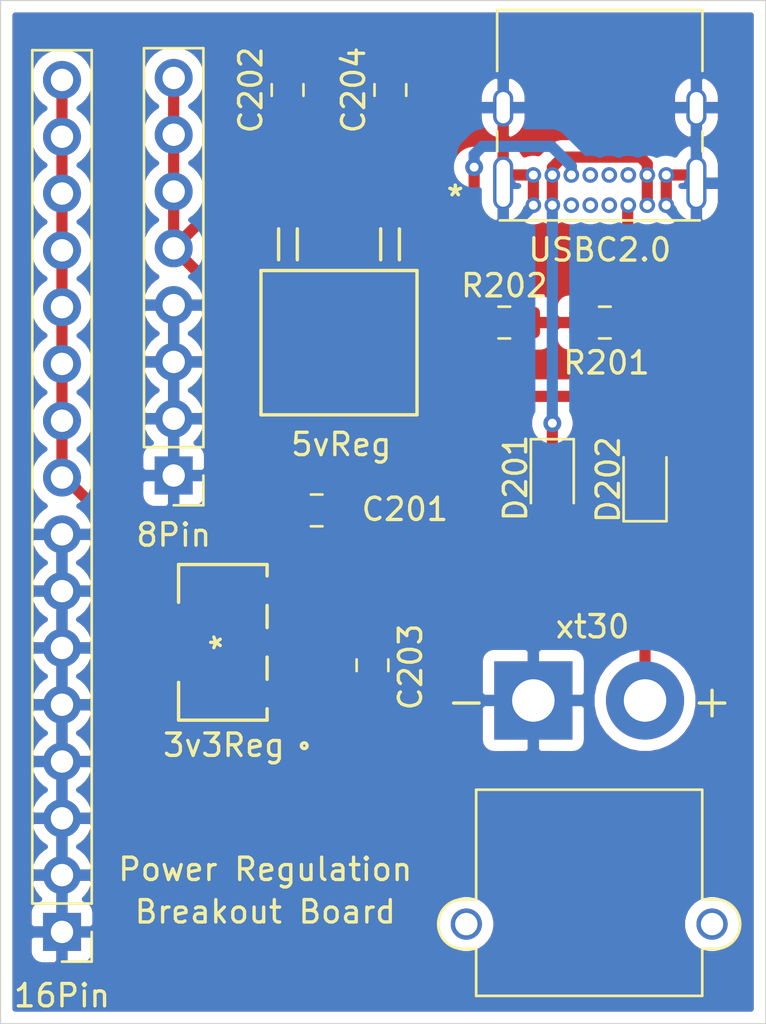
<source format=kicad_pcb>
(kicad_pcb (version 20171130) (host pcbnew "(5.1.6)-1")

  (general
    (thickness 1.6)
    (drawings 9)
    (tracks 65)
    (zones 0)
    (modules 14)
    (nets 15)
  )

  (page A4)
  (layers
    (0 F.Cu signal hide)
    (31 B.Cu signal hide)
    (32 B.Adhes user)
    (33 F.Adhes user)
    (34 B.Paste user)
    (35 F.Paste user)
    (36 B.SilkS user)
    (37 F.SilkS user)
    (38 B.Mask user)
    (39 F.Mask user)
    (40 Dwgs.User user)
    (41 Cmts.User user)
    (42 Eco1.User user)
    (43 Eco2.User user)
    (44 Edge.Cuts user)
    (45 Margin user)
    (46 B.CrtYd user)
    (47 F.CrtYd user)
    (48 B.Fab user)
    (49 F.Fab user)
  )

  (setup
    (last_trace_width 0.25)
    (user_trace_width 0.5)
    (trace_clearance 0.2)
    (zone_clearance 0.508)
    (zone_45_only no)
    (trace_min 0.2)
    (via_size 0.8)
    (via_drill 0.4)
    (via_min_size 0.4)
    (via_min_drill 0.3)
    (uvia_size 0.3)
    (uvia_drill 0.1)
    (uvias_allowed no)
    (uvia_min_size 0.2)
    (uvia_min_drill 0.1)
    (edge_width 0.05)
    (segment_width 0.2)
    (pcb_text_width 0.3)
    (pcb_text_size 1.5 1.5)
    (mod_edge_width 0.12)
    (mod_text_size 1 1)
    (mod_text_width 0.15)
    (pad_size 1.524 1.524)
    (pad_drill 0.762)
    (pad_to_mask_clearance 0.05)
    (aux_axis_origin 0 0)
    (visible_elements 7FFFFFFF)
    (pcbplotparams
      (layerselection 0x010fc_ffffffff)
      (usegerberextensions false)
      (usegerberattributes true)
      (usegerberadvancedattributes true)
      (creategerberjobfile true)
      (excludeedgelayer true)
      (linewidth 0.100000)
      (plotframeref false)
      (viasonmask false)
      (mode 1)
      (useauxorigin false)
      (hpglpennumber 1)
      (hpglpenspeed 20)
      (hpglpendiameter 15.000000)
      (psnegative false)
      (psa4output false)
      (plotreference true)
      (plotvalue true)
      (plotinvisibletext false)
      (padsonsilk false)
      (subtractmaskfromsilk false)
      (outputformat 1)
      (mirror false)
      (drillshape 1)
      (scaleselection 1)
      (outputdirectory ""))
  )

  (net 0 "")
  (net 1 GND)
  (net 2 +3V3)
  (net 3 +5V)
  (net 4 "Net-(5vReg401-Pad1)")
  (net 5 "Net-(D201-Pad1)")
  (net 6 "Net-(D202-Pad1)")
  (net 7 "Net-(R201-Pad2)")
  (net 8 "Net-(R202-Pad1)")
  (net 9 "Net-(USBC401-PadA6)")
  (net 10 "Net-(USBC401-PadA7)")
  (net 11 "Net-(USBC401-PadA8)")
  (net 12 "Net-(USBC401-PadB7)")
  (net 13 "Net-(USBC401-PadB8)")
  (net 14 "Net-(USBC401-PadB6)")

  (net_class Default "This is the default net class."
    (clearance 0.2)
    (trace_width 0.25)
    (via_dia 0.8)
    (via_drill 0.4)
    (uvia_dia 0.3)
    (uvia_drill 0.1)
    (add_net +3V3)
    (add_net +5V)
    (add_net GND)
    (add_net "Net-(5vReg401-Pad1)")
    (add_net "Net-(D201-Pad1)")
    (add_net "Net-(D202-Pad1)")
    (add_net "Net-(R201-Pad2)")
    (add_net "Net-(R202-Pad1)")
    (add_net "Net-(USBC401-PadA6)")
    (add_net "Net-(USBC401-PadA7)")
    (add_net "Net-(USBC401-PadA8)")
    (add_net "Net-(USBC401-PadB6)")
    (add_net "Net-(USBC401-PadB7)")
    (add_net "Net-(USBC401-PadB8)")
  )

  (module FootprintLibrary:TLV1117LV33DCYR (layer F.Cu) (tedit 0) (tstamp 5F0C17B2)
    (at 114.2 82.7 90)
    (path /5F0C9147/5F123DAD)
    (fp_text reference 3v3Reg (at -4.6 0.05 180) (layer F.SilkS)
      (effects (font (size 1 1) (thickness 0.15)))
    )
    (fp_text value " " (at -3 3.55 90) (layer F.SilkS)
      (effects (font (size 1 1) (thickness 0.15)))
    )
    (fp_circle (center -4.6228 3.6449) (end -4.4958 3.6449) (layer F.SilkS) (width 0.1524))
    (fp_circle (center -3.0988 1.6002) (end -2.9718 1.6002) (layer F.Fab) (width 0.1524))
    (fp_line (start -3.6068 2.1082) (end -3.6068 -2.1082) (layer F.CrtYd) (width 0.1524))
    (fp_line (start -2.9845 2.1082) (end -3.6068 2.1082) (layer F.CrtYd) (width 0.1524))
    (fp_line (start -2.9845 4.2545) (end -2.9845 2.1082) (layer F.CrtYd) (width 0.1524))
    (fp_line (start 2.9845 4.2545) (end -2.9845 4.2545) (layer F.CrtYd) (width 0.1524))
    (fp_line (start 2.9845 2.1082) (end 2.9845 4.2545) (layer F.CrtYd) (width 0.1524))
    (fp_line (start 3.6068 2.1082) (end 2.9845 2.1082) (layer F.CrtYd) (width 0.1524))
    (fp_line (start 3.6068 -2.1082) (end 3.6068 2.1082) (layer F.CrtYd) (width 0.1524))
    (fp_line (start 1.8034 -2.1082) (end 3.6068 -2.1082) (layer F.CrtYd) (width 0.1524))
    (fp_line (start 1.8034 -4.2545) (end 1.8034 -2.1082) (layer F.CrtYd) (width 0.1524))
    (fp_line (start -1.8034 -4.2545) (end 1.8034 -4.2545) (layer F.CrtYd) (width 0.1524))
    (fp_line (start -1.8034 -2.1082) (end -1.8034 -4.2545) (layer F.CrtYd) (width 0.1524))
    (fp_line (start -3.6068 -2.1082) (end -1.8034 -2.1082) (layer F.CrtYd) (width 0.1524))
    (fp_line (start -1.789742 -1.9812) (end -3.4798 -1.9812) (layer F.SilkS) (width 0.1524))
    (fp_line (start 2.970842 1.9812) (end 3.4798 1.9812) (layer F.SilkS) (width 0.1524))
    (fp_line (start 0.659442 1.9812) (end 1.651958 1.9812) (layer F.SilkS) (width 0.1524))
    (fp_line (start -1.651958 1.9812) (end -0.659442 1.9812) (layer F.SilkS) (width 0.1524))
    (fp_line (start -3.3528 -1.8542) (end -3.3528 1.8542) (layer F.Fab) (width 0.1524))
    (fp_line (start 3.3528 -1.8542) (end -3.3528 -1.8542) (layer F.Fab) (width 0.1524))
    (fp_line (start 3.3528 1.8542) (end 3.3528 -1.8542) (layer F.Fab) (width 0.1524))
    (fp_line (start -3.3528 1.8542) (end 3.3528 1.8542) (layer F.Fab) (width 0.1524))
    (fp_line (start -3.4798 -1.9812) (end -3.4798 1.9812) (layer F.SilkS) (width 0.1524))
    (fp_line (start 3.4798 -1.9812) (end 1.789742 -1.9812) (layer F.SilkS) (width 0.1524))
    (fp_line (start 3.4798 1.9812) (end 3.4798 -1.9812) (layer F.SilkS) (width 0.1524))
    (fp_line (start -3.4798 1.9812) (end -2.970842 1.9812) (layer F.SilkS) (width 0.1524))
    (fp_line (start -1.5494 -3.6449) (end -1.5494 -1.8542) (layer F.Fab) (width 0.1524))
    (fp_line (start 1.5494 -3.6449) (end -1.5494 -3.6449) (layer F.Fab) (width 0.1524))
    (fp_line (start 1.5494 -1.8542) (end 1.5494 -3.6449) (layer F.Fab) (width 0.1524))
    (fp_line (start -1.5494 -1.8542) (end 1.5494 -1.8542) (layer F.Fab) (width 0.1524))
    (fp_line (start 2.7305 3.6449) (end 2.7305 1.8542) (layer F.Fab) (width 0.1524))
    (fp_line (start 1.8923 3.6449) (end 2.7305 3.6449) (layer F.Fab) (width 0.1524))
    (fp_line (start 1.8923 1.8542) (end 1.8923 3.6449) (layer F.Fab) (width 0.1524))
    (fp_line (start 2.7305 1.8542) (end 1.8923 1.8542) (layer F.Fab) (width 0.1524))
    (fp_line (start 0.4191 3.6449) (end 0.4191 1.8542) (layer F.Fab) (width 0.1524))
    (fp_line (start -0.4191 3.6449) (end 0.4191 3.6449) (layer F.Fab) (width 0.1524))
    (fp_line (start -0.4191 1.8542) (end -0.4191 3.6449) (layer F.Fab) (width 0.1524))
    (fp_line (start 0.4191 1.8542) (end -0.4191 1.8542) (layer F.Fab) (width 0.1524))
    (fp_line (start -1.8923 3.6449) (end -1.8923 1.8542) (layer F.Fab) (width 0.1524))
    (fp_line (start -2.7305 3.6449) (end -1.8923 3.6449) (layer F.Fab) (width 0.1524))
    (fp_line (start -2.7305 1.8542) (end -2.7305 3.6449) (layer F.Fab) (width 0.1524))
    (fp_line (start -1.8923 1.8542) (end -2.7305 1.8542) (layer F.Fab) (width 0.1524))
    (fp_text user * (at 0 0 90) (layer F.Fab)
      (effects (font (size 1 1) (thickness 0.15)))
    )
    (fp_text user * (at 0 0 90) (layer F.SilkS)
      (effects (font (size 1 1) (thickness 0.15)))
    )
    (fp_text user "Copyright 2016 Accelerated Designs. All rights reserved." (at 0 0 90) (layer Cmts.User)
      (effects (font (size 0.127 0.127) (thickness 0.002)))
    )
    (pad 4 smd rect (at 0 -3.11785 90) (size 3.1496 1.7653) (layers F.Cu F.Paste F.Mask)
      (net 2 +3V3))
    (pad 3 smd rect (at 2.3114 3.11785 90) (size 0.889 1.7653) (layers F.Cu F.Paste F.Mask)
      (net 3 +5V))
    (pad 2 smd rect (at 0 3.11785 90) (size 0.889 1.7653) (layers F.Cu F.Paste F.Mask)
      (net 2 +3V3))
    (pad 1 smd rect (at -2.3114 3.11785 90) (size 0.889 1.7653) (layers F.Cu F.Paste F.Mask)
      (net 1 GND))
  )

  (module FootprintLibrary:LM78M05CDTX&slash_NOPB (layer F.Cu) (tedit 0) (tstamp 5F0C0C0A)
    (at 119.4 69.3 180)
    (path /5F0C9147/5F10F960)
    (fp_text reference 5vReg (at -0.1 -4.55) (layer F.SilkS)
      (effects (font (size 1 1) (thickness 0.15)))
    )
    (fp_text value " " (at -0.1 -4.75) (layer F.SilkS)
      (effects (font (size 1 1) (thickness 0.15)))
    )
    (fp_line (start -2.9835 3.7084) (end -3.6449 3.7084) (layer F.CrtYd) (width 0.1524))
    (fp_line (start -2.9835 7.366) (end -2.9835 3.7084) (layer F.CrtYd) (width 0.1524))
    (fp_line (start 2.9835 7.366) (end -2.9835 7.366) (layer F.CrtYd) (width 0.1524))
    (fp_line (start 2.9835 3.7084) (end 2.9835 7.366) (layer F.CrtYd) (width 0.1524))
    (fp_line (start 3.6449 3.7084) (end 2.9835 3.7084) (layer F.CrtYd) (width 0.1524))
    (fp_line (start 3.6449 -3.7084) (end 3.6449 3.7084) (layer F.CrtYd) (width 0.1524))
    (fp_line (start -3.6449 -3.7084) (end 3.6449 -3.7084) (layer F.CrtYd) (width 0.1524))
    (fp_line (start -3.6449 3.7084) (end -3.6449 -3.7084) (layer F.CrtYd) (width 0.1524))
    (fp_line (start -3.3655 -3.0988) (end -3.3655 3.0988) (layer F.Fab) (width 0.1524))
    (fp_line (start 3.3655 -3.0988) (end -3.3655 -3.0988) (layer F.Fab) (width 0.1524))
    (fp_line (start 3.3655 3.0988) (end 3.3655 -3.0988) (layer F.Fab) (width 0.1524))
    (fp_line (start -3.3655 3.0988) (end 3.3655 3.0988) (layer F.Fab) (width 0.1524))
    (fp_line (start -3.4925 -3.2258) (end -3.4925 3.2258) (layer F.SilkS) (width 0.1524))
    (fp_line (start 3.4925 -3.2258) (end -3.4925 -3.2258) (layer F.SilkS) (width 0.1524))
    (fp_line (start 3.4925 3.2258) (end 3.4925 -3.2258) (layer F.SilkS) (width 0.1524))
    (fp_line (start -3.4925 3.2258) (end 3.4925 3.2258) (layer F.SilkS) (width 0.1524))
    (fp_line (start 2.704099 3.7084) (end 2.704099 5.09016) (layer F.SilkS) (width 0.1524))
    (fp_line (start -1.865899 3.7084) (end -1.865899 5.09016) (layer F.SilkS) (width 0.1524))
    (fp_line (start 1.865899 3.7084) (end 1.865899 5.09016) (layer F.SilkS) (width 0.1524))
    (fp_line (start -2.704099 3.7084) (end -2.704099 5.09016) (layer F.SilkS) (width 0.1524))
    (fp_line (start 2.7041 6.7564) (end 2.7041 3.0988) (layer F.Fab) (width 0.1524))
    (fp_line (start 1.8659 6.7564) (end 2.7041 6.7564) (layer F.Fab) (width 0.1524))
    (fp_line (start 1.8659 3.0988) (end 1.8659 6.7564) (layer F.Fab) (width 0.1524))
    (fp_line (start 2.7041 3.0988) (end 1.8659 3.0988) (layer F.Fab) (width 0.1524))
    (fp_line (start -1.8659 6.7564) (end -1.8659 3.0988) (layer F.Fab) (width 0.1524))
    (fp_line (start -2.7041 6.7564) (end -1.8659 6.7564) (layer F.Fab) (width 0.1524))
    (fp_line (start -2.7041 3.0988) (end -2.7041 6.7564) (layer F.Fab) (width 0.1524))
    (fp_line (start -1.8659 3.0988) (end -2.7041 3.0988) (layer F.Fab) (width 0.1524))
    (fp_text user "Copyright 2016 Accelerated Designs. All rights reserved." (at 0 0) (layer Cmts.User)
      (effects (font (size 0.127 0.127) (thickness 0.002)))
    )
    (fp_text user * (at -5.205001 6.5024) (layer F.SilkS)
      (effects (font (size 1 1) (thickness 0.15)))
    )
    (fp_text user * (at -2.285 2.8448) (layer F.Fab)
      (effects (font (size 1 1) (thickness 0.15)))
    )
    (fp_text user * (at -2.285 2.8448) (layer F.Fab)
      (effects (font (size 1 1) (thickness 0.15)))
    )
    (fp_text user * (at -5.205001 6.5024) (layer F.SilkS)
      (effects (font (size 1 1) (thickness 0.15)))
    )
    (pad 1 smd rect (at -2.284999 6.5024 180) (size 1.2954 2.159) (layers F.Cu F.Paste F.Mask)
      (net 4 "Net-(5vReg401-Pad1)"))
    (pad 3 smd rect (at 2.284999 6.5024 180) (size 1.2954 2.159) (layers F.Cu F.Paste F.Mask)
      (net 3 +5V))
    (pad 2 smd rect (at 0 0 180) (size 5.5118 5.6896) (layers F.Cu F.Paste F.Mask)
      (net 1 GND))
  )

  (module Capacitor_SMD:C_0805_2012Metric_Pad1.15x1.40mm_HandSolder (layer F.Cu) (tedit 5B36C52B) (tstamp 5F0C0C1B)
    (at 118.4 76.8)
    (descr "Capacitor SMD 0805 (2012 Metric), square (rectangular) end terminal, IPC_7351 nominal with elongated pad for handsoldering. (Body size source: https://docs.google.com/spreadsheets/d/1BsfQQcO9C6DZCsRaXUlFlo91Tg2WpOkGARC1WS5S8t0/edit?usp=sharing), generated with kicad-footprint-generator")
    (tags "capacitor handsolder")
    (path /5F0C9147/5F0EA8AD)
    (attr smd)
    (fp_text reference C201 (at 3.95 -0.05) (layer F.SilkS)
      (effects (font (size 1 1) (thickness 0.15)))
    )
    (fp_text value "0.33 uF" (at 0 1.65) (layer F.Fab)
      (effects (font (size 1 1) (thickness 0.15)))
    )
    (fp_line (start 1.85 0.95) (end -1.85 0.95) (layer F.CrtYd) (width 0.05))
    (fp_line (start 1.85 -0.95) (end 1.85 0.95) (layer F.CrtYd) (width 0.05))
    (fp_line (start -1.85 -0.95) (end 1.85 -0.95) (layer F.CrtYd) (width 0.05))
    (fp_line (start -1.85 0.95) (end -1.85 -0.95) (layer F.CrtYd) (width 0.05))
    (fp_line (start -0.261252 0.71) (end 0.261252 0.71) (layer F.SilkS) (width 0.12))
    (fp_line (start -0.261252 -0.71) (end 0.261252 -0.71) (layer F.SilkS) (width 0.12))
    (fp_line (start 1 0.6) (end -1 0.6) (layer F.Fab) (width 0.1))
    (fp_line (start 1 -0.6) (end 1 0.6) (layer F.Fab) (width 0.1))
    (fp_line (start -1 -0.6) (end 1 -0.6) (layer F.Fab) (width 0.1))
    (fp_line (start -1 0.6) (end -1 -0.6) (layer F.Fab) (width 0.1))
    (fp_text user %R (at 0 0) (layer F.Fab)
      (effects (font (size 0.5 0.5) (thickness 0.08)))
    )
    (pad 1 smd roundrect (at -1.025 0) (size 1.15 1.4) (layers F.Cu F.Paste F.Mask) (roundrect_rratio 0.217391)
      (net 3 +5V))
    (pad 2 smd roundrect (at 1.025 0) (size 1.15 1.4) (layers F.Cu F.Paste F.Mask) (roundrect_rratio 0.217391)
      (net 1 GND))
    (model ${KISYS3DMOD}/Capacitor_SMD.3dshapes/C_0805_2012Metric.wrl
      (at (xyz 0 0 0))
      (scale (xyz 1 1 1))
      (rotate (xyz 0 0 0))
    )
  )

  (module Capacitor_SMD:C_0805_2012Metric_Pad1.15x1.40mm_HandSolder (layer F.Cu) (tedit 5B36C52B) (tstamp 5F0C0C2C)
    (at 117.1 58 90)
    (descr "Capacitor SMD 0805 (2012 Metric), square (rectangular) end terminal, IPC_7351 nominal with elongated pad for handsoldering. (Body size source: https://docs.google.com/spreadsheets/d/1BsfQQcO9C6DZCsRaXUlFlo91Tg2WpOkGARC1WS5S8t0/edit?usp=sharing), generated with kicad-footprint-generator")
    (tags "capacitor handsolder")
    (path /5F0C9147/5F0EA8CC)
    (attr smd)
    (fp_text reference C202 (at 0 -1.65 90) (layer F.SilkS)
      (effects (font (size 1 1) (thickness 0.15)))
    )
    (fp_text value "1 uF" (at 0 1.65 90) (layer F.Fab)
      (effects (font (size 1 1) (thickness 0.15)))
    )
    (fp_line (start 1.85 0.95) (end -1.85 0.95) (layer F.CrtYd) (width 0.05))
    (fp_line (start 1.85 -0.95) (end 1.85 0.95) (layer F.CrtYd) (width 0.05))
    (fp_line (start -1.85 -0.95) (end 1.85 -0.95) (layer F.CrtYd) (width 0.05))
    (fp_line (start -1.85 0.95) (end -1.85 -0.95) (layer F.CrtYd) (width 0.05))
    (fp_line (start -0.261252 0.71) (end 0.261252 0.71) (layer F.SilkS) (width 0.12))
    (fp_line (start -0.261252 -0.71) (end 0.261252 -0.71) (layer F.SilkS) (width 0.12))
    (fp_line (start 1 0.6) (end -1 0.6) (layer F.Fab) (width 0.1))
    (fp_line (start 1 -0.6) (end 1 0.6) (layer F.Fab) (width 0.1))
    (fp_line (start -1 -0.6) (end 1 -0.6) (layer F.Fab) (width 0.1))
    (fp_line (start -1 0.6) (end -1 -0.6) (layer F.Fab) (width 0.1))
    (fp_text user %R (at 0 0 90) (layer F.Fab)
      (effects (font (size 0.5 0.5) (thickness 0.08)))
    )
    (pad 1 smd roundrect (at -1.025 0 90) (size 1.15 1.4) (layers F.Cu F.Paste F.Mask) (roundrect_rratio 0.217391)
      (net 3 +5V))
    (pad 2 smd roundrect (at 1.025 0 90) (size 1.15 1.4) (layers F.Cu F.Paste F.Mask) (roundrect_rratio 0.217391)
      (net 1 GND))
    (model ${KISYS3DMOD}/Capacitor_SMD.3dshapes/C_0805_2012Metric.wrl
      (at (xyz 0 0 0))
      (scale (xyz 1 1 1))
      (rotate (xyz 0 0 0))
    )
  )

  (module Capacitor_SMD:C_0805_2012Metric_Pad1.15x1.40mm_HandSolder (layer F.Cu) (tedit 5B36C52B) (tstamp 5F0C0C3D)
    (at 120.9 83.725 90)
    (descr "Capacitor SMD 0805 (2012 Metric), square (rectangular) end terminal, IPC_7351 nominal with elongated pad for handsoldering. (Body size source: https://docs.google.com/spreadsheets/d/1BsfQQcO9C6DZCsRaXUlFlo91Tg2WpOkGARC1WS5S8t0/edit?usp=sharing), generated with kicad-footprint-generator")
    (tags "capacitor handsolder")
    (path /5F0C9147/5F0EA8A7)
    (attr smd)
    (fp_text reference C203 (at -0.075 1.7 90) (layer F.SilkS)
      (effects (font (size 1 1) (thickness 0.15)))
    )
    (fp_text value "0.1 uF" (at 0 1.65 90) (layer F.Fab)
      (effects (font (size 1 1) (thickness 0.15)))
    )
    (fp_line (start -1 0.6) (end -1 -0.6) (layer F.Fab) (width 0.1))
    (fp_line (start -1 -0.6) (end 1 -0.6) (layer F.Fab) (width 0.1))
    (fp_line (start 1 -0.6) (end 1 0.6) (layer F.Fab) (width 0.1))
    (fp_line (start 1 0.6) (end -1 0.6) (layer F.Fab) (width 0.1))
    (fp_line (start -0.261252 -0.71) (end 0.261252 -0.71) (layer F.SilkS) (width 0.12))
    (fp_line (start -0.261252 0.71) (end 0.261252 0.71) (layer F.SilkS) (width 0.12))
    (fp_line (start -1.85 0.95) (end -1.85 -0.95) (layer F.CrtYd) (width 0.05))
    (fp_line (start -1.85 -0.95) (end 1.85 -0.95) (layer F.CrtYd) (width 0.05))
    (fp_line (start 1.85 -0.95) (end 1.85 0.95) (layer F.CrtYd) (width 0.05))
    (fp_line (start 1.85 0.95) (end -1.85 0.95) (layer F.CrtYd) (width 0.05))
    (fp_text user %R (at 0 0 90) (layer F.Fab)
      (effects (font (size 0.5 0.5) (thickness 0.08)))
    )
    (pad 2 smd roundrect (at 1.025 0 90) (size 1.15 1.4) (layers F.Cu F.Paste F.Mask) (roundrect_rratio 0.217391)
      (net 2 +3V3))
    (pad 1 smd roundrect (at -1.025 0 90) (size 1.15 1.4) (layers F.Cu F.Paste F.Mask) (roundrect_rratio 0.217391)
      (net 1 GND))
    (model ${KISYS3DMOD}/Capacitor_SMD.3dshapes/C_0805_2012Metric.wrl
      (at (xyz 0 0 0))
      (scale (xyz 1 1 1))
      (rotate (xyz 0 0 0))
    )
  )

  (module Capacitor_SMD:C_0805_2012Metric_Pad1.15x1.40mm_HandSolder (layer F.Cu) (tedit 5B36C52B) (tstamp 5F0C0C4E)
    (at 121.7 58 90)
    (descr "Capacitor SMD 0805 (2012 Metric), square (rectangular) end terminal, IPC_7351 nominal with elongated pad for handsoldering. (Body size source: https://docs.google.com/spreadsheets/d/1BsfQQcO9C6DZCsRaXUlFlo91Tg2WpOkGARC1WS5S8t0/edit?usp=sharing), generated with kicad-footprint-generator")
    (tags "capacitor handsolder")
    (path /5F0C9147/5F0EA956)
    (attr smd)
    (fp_text reference C204 (at 0 -1.65 90) (layer F.SilkS)
      (effects (font (size 1 1) (thickness 0.15)))
    )
    (fp_text value "1 uF" (at 0 1.65 90) (layer F.Fab)
      (effects (font (size 1 1) (thickness 0.15)))
    )
    (fp_line (start -1 0.6) (end -1 -0.6) (layer F.Fab) (width 0.1))
    (fp_line (start -1 -0.6) (end 1 -0.6) (layer F.Fab) (width 0.1))
    (fp_line (start 1 -0.6) (end 1 0.6) (layer F.Fab) (width 0.1))
    (fp_line (start 1 0.6) (end -1 0.6) (layer F.Fab) (width 0.1))
    (fp_line (start -0.261252 -0.71) (end 0.261252 -0.71) (layer F.SilkS) (width 0.12))
    (fp_line (start -0.261252 0.71) (end 0.261252 0.71) (layer F.SilkS) (width 0.12))
    (fp_line (start -1.85 0.95) (end -1.85 -0.95) (layer F.CrtYd) (width 0.05))
    (fp_line (start -1.85 -0.95) (end 1.85 -0.95) (layer F.CrtYd) (width 0.05))
    (fp_line (start 1.85 -0.95) (end 1.85 0.95) (layer F.CrtYd) (width 0.05))
    (fp_line (start 1.85 0.95) (end -1.85 0.95) (layer F.CrtYd) (width 0.05))
    (fp_text user %R (at 0 0 90) (layer F.Fab)
      (effects (font (size 0.5 0.5) (thickness 0.08)))
    )
    (pad 2 smd roundrect (at 1.025 0 90) (size 1.15 1.4) (layers F.Cu F.Paste F.Mask) (roundrect_rratio 0.217391)
      (net 1 GND))
    (pad 1 smd roundrect (at -1.025 0 90) (size 1.15 1.4) (layers F.Cu F.Paste F.Mask) (roundrect_rratio 0.217391)
      (net 4 "Net-(5vReg401-Pad1)"))
    (model ${KISYS3DMOD}/Capacitor_SMD.3dshapes/C_0805_2012Metric.wrl
      (at (xyz 0 0 0))
      (scale (xyz 1 1 1))
      (rotate (xyz 0 0 0))
    )
  )

  (module Diode_SMD:D_0805_2012Metric_Pad1.15x1.40mm_HandSolder (layer F.Cu) (tedit 5B4B45C8) (tstamp 5F0C0C61)
    (at 128.95 75.475 270)
    (descr "Diode SMD 0805 (2012 Metric), square (rectangular) end terminal, IPC_7351 nominal, (Body size source: https://docs.google.com/spreadsheets/d/1BsfQQcO9C6DZCsRaXUlFlo91Tg2WpOkGARC1WS5S8t0/edit?usp=sharing), generated with kicad-footprint-generator")
    (tags "diode handsolder")
    (path /5F0C9147/5F0EA8DA)
    (attr smd)
    (fp_text reference D201 (at -0.125 1.65 90) (layer F.SilkS)
      (effects (font (size 1 1) (thickness 0.15)))
    )
    (fp_text value DIODE (at 0 1.65 90) (layer F.Fab)
      (effects (font (size 1 1) (thickness 0.15)))
    )
    (fp_line (start 1.85 0.95) (end -1.85 0.95) (layer F.CrtYd) (width 0.05))
    (fp_line (start 1.85 -0.95) (end 1.85 0.95) (layer F.CrtYd) (width 0.05))
    (fp_line (start -1.85 -0.95) (end 1.85 -0.95) (layer F.CrtYd) (width 0.05))
    (fp_line (start -1.85 0.95) (end -1.85 -0.95) (layer F.CrtYd) (width 0.05))
    (fp_line (start -1.86 0.96) (end 1 0.96) (layer F.SilkS) (width 0.12))
    (fp_line (start -1.86 -0.96) (end -1.86 0.96) (layer F.SilkS) (width 0.12))
    (fp_line (start 1 -0.96) (end -1.86 -0.96) (layer F.SilkS) (width 0.12))
    (fp_line (start 1 0.6) (end 1 -0.6) (layer F.Fab) (width 0.1))
    (fp_line (start -1 0.6) (end 1 0.6) (layer F.Fab) (width 0.1))
    (fp_line (start -1 -0.3) (end -1 0.6) (layer F.Fab) (width 0.1))
    (fp_line (start -0.7 -0.6) (end -1 -0.3) (layer F.Fab) (width 0.1))
    (fp_line (start 1 -0.6) (end -0.7 -0.6) (layer F.Fab) (width 0.1))
    (fp_text user %R (at 0 0 90) (layer F.Fab)
      (effects (font (size 0.5 0.5) (thickness 0.08)))
    )
    (pad 1 smd roundrect (at -1.025 0 270) (size 1.15 1.4) (layers F.Cu F.Paste F.Mask) (roundrect_rratio 0.217391)
      (net 5 "Net-(D201-Pad1)"))
    (pad 2 smd roundrect (at 1.025 0 270) (size 1.15 1.4) (layers F.Cu F.Paste F.Mask) (roundrect_rratio 0.217391)
      (net 3 +5V))
    (model ${KISYS3DMOD}/Diode_SMD.3dshapes/D_0805_2012Metric.wrl
      (at (xyz 0 0 0))
      (scale (xyz 1 1 1))
      (rotate (xyz 0 0 0))
    )
  )

  (module Diode_SMD:D_0805_2012Metric_Pad1.15x1.40mm_HandSolder (layer F.Cu) (tedit 5B4B45C8) (tstamp 5F0C0C74)
    (at 133.1 75.425 90)
    (descr "Diode SMD 0805 (2012 Metric), square (rectangular) end terminal, IPC_7351 nominal, (Body size source: https://docs.google.com/spreadsheets/d/1BsfQQcO9C6DZCsRaXUlFlo91Tg2WpOkGARC1WS5S8t0/edit?usp=sharing), generated with kicad-footprint-generator")
    (tags "diode handsolder")
    (path /5F0C9147/5F0EA8FC)
    (attr smd)
    (fp_text reference D202 (at 0 -1.65 90) (layer F.SilkS)
      (effects (font (size 1 1) (thickness 0.15)))
    )
    (fp_text value DIODE (at 0 1.65 90) (layer F.Fab)
      (effects (font (size 1 1) (thickness 0.15)))
    )
    (fp_line (start 1 -0.6) (end -0.7 -0.6) (layer F.Fab) (width 0.1))
    (fp_line (start -0.7 -0.6) (end -1 -0.3) (layer F.Fab) (width 0.1))
    (fp_line (start -1 -0.3) (end -1 0.6) (layer F.Fab) (width 0.1))
    (fp_line (start -1 0.6) (end 1 0.6) (layer F.Fab) (width 0.1))
    (fp_line (start 1 0.6) (end 1 -0.6) (layer F.Fab) (width 0.1))
    (fp_line (start 1 -0.96) (end -1.86 -0.96) (layer F.SilkS) (width 0.12))
    (fp_line (start -1.86 -0.96) (end -1.86 0.96) (layer F.SilkS) (width 0.12))
    (fp_line (start -1.86 0.96) (end 1 0.96) (layer F.SilkS) (width 0.12))
    (fp_line (start -1.85 0.95) (end -1.85 -0.95) (layer F.CrtYd) (width 0.05))
    (fp_line (start -1.85 -0.95) (end 1.85 -0.95) (layer F.CrtYd) (width 0.05))
    (fp_line (start 1.85 -0.95) (end 1.85 0.95) (layer F.CrtYd) (width 0.05))
    (fp_line (start 1.85 0.95) (end -1.85 0.95) (layer F.CrtYd) (width 0.05))
    (fp_text user %R (at 0 0 90) (layer F.Fab)
      (effects (font (size 0.5 0.5) (thickness 0.08)))
    )
    (pad 2 smd roundrect (at 1.025 0 90) (size 1.15 1.4) (layers F.Cu F.Paste F.Mask) (roundrect_rratio 0.217391)
      (net 4 "Net-(5vReg401-Pad1)"))
    (pad 1 smd roundrect (at -1.025 0 90) (size 1.15 1.4) (layers F.Cu F.Paste F.Mask) (roundrect_rratio 0.217391)
      (net 6 "Net-(D202-Pad1)"))
    (model ${KISYS3DMOD}/Diode_SMD.3dshapes/D_0805_2012Metric.wrl
      (at (xyz 0 0 0))
      (scale (xyz 1 1 1))
      (rotate (xyz 0 0 0))
    )
  )

  (module Connector_PinHeader_2.54mm:PinHeader_1x16_P2.54mm_Vertical (layer F.Cu) (tedit 59FED5CC) (tstamp 5F0C0C98)
    (at 107 95.65 180)
    (descr "Through hole straight pin header, 1x16, 2.54mm pitch, single row")
    (tags "Through hole pin header THT 1x16 2.54mm single row")
    (path /5F0CC5A4/5F0D6E62)
    (fp_text reference 16Pin (at 0 -2.85) (layer F.SilkS)
      (effects (font (size 1 1) (thickness 0.15)))
    )
    (fp_text value 16PinConnector (at 0 40.43) (layer F.Fab)
      (effects (font (size 1 1) (thickness 0.15)))
    )
    (fp_line (start 1.8 -1.8) (end -1.8 -1.8) (layer F.CrtYd) (width 0.05))
    (fp_line (start 1.8 39.9) (end 1.8 -1.8) (layer F.CrtYd) (width 0.05))
    (fp_line (start -1.8 39.9) (end 1.8 39.9) (layer F.CrtYd) (width 0.05))
    (fp_line (start -1.8 -1.8) (end -1.8 39.9) (layer F.CrtYd) (width 0.05))
    (fp_line (start -1.33 -1.33) (end 0 -1.33) (layer F.SilkS) (width 0.12))
    (fp_line (start -1.33 0) (end -1.33 -1.33) (layer F.SilkS) (width 0.12))
    (fp_line (start -1.33 1.27) (end 1.33 1.27) (layer F.SilkS) (width 0.12))
    (fp_line (start 1.33 1.27) (end 1.33 39.43) (layer F.SilkS) (width 0.12))
    (fp_line (start -1.33 1.27) (end -1.33 39.43) (layer F.SilkS) (width 0.12))
    (fp_line (start -1.33 39.43) (end 1.33 39.43) (layer F.SilkS) (width 0.12))
    (fp_line (start -1.27 -0.635) (end -0.635 -1.27) (layer F.Fab) (width 0.1))
    (fp_line (start -1.27 39.37) (end -1.27 -0.635) (layer F.Fab) (width 0.1))
    (fp_line (start 1.27 39.37) (end -1.27 39.37) (layer F.Fab) (width 0.1))
    (fp_line (start 1.27 -1.27) (end 1.27 39.37) (layer F.Fab) (width 0.1))
    (fp_line (start -0.635 -1.27) (end 1.27 -1.27) (layer F.Fab) (width 0.1))
    (fp_text user %R (at 0 19.05 90) (layer F.Fab)
      (effects (font (size 1 1) (thickness 0.15)))
    )
    (pad 1 thru_hole rect (at 0 0 180) (size 1.7 1.7) (drill 1) (layers *.Cu *.Mask)
      (net 1 GND))
    (pad 2 thru_hole oval (at 0 2.54 180) (size 1.7 1.7) (drill 1) (layers *.Cu *.Mask)
      (net 1 GND))
    (pad 3 thru_hole oval (at 0 5.08 180) (size 1.7 1.7) (drill 1) (layers *.Cu *.Mask)
      (net 1 GND))
    (pad 4 thru_hole oval (at 0 7.62 180) (size 1.7 1.7) (drill 1) (layers *.Cu *.Mask)
      (net 1 GND))
    (pad 5 thru_hole oval (at 0 10.16 180) (size 1.7 1.7) (drill 1) (layers *.Cu *.Mask)
      (net 1 GND))
    (pad 6 thru_hole oval (at 0 12.7 180) (size 1.7 1.7) (drill 1) (layers *.Cu *.Mask)
      (net 1 GND))
    (pad 7 thru_hole oval (at 0 15.24 180) (size 1.7 1.7) (drill 1) (layers *.Cu *.Mask)
      (net 1 GND))
    (pad 8 thru_hole oval (at 0 17.78 180) (size 1.7 1.7) (drill 1) (layers *.Cu *.Mask)
      (net 1 GND))
    (pad 9 thru_hole oval (at 0 20.32 180) (size 1.7 1.7) (drill 1) (layers *.Cu *.Mask)
      (net 2 +3V3))
    (pad 10 thru_hole oval (at 0 22.86 180) (size 1.7 1.7) (drill 1) (layers *.Cu *.Mask)
      (net 2 +3V3))
    (pad 11 thru_hole oval (at 0 25.4 180) (size 1.7 1.7) (drill 1) (layers *.Cu *.Mask)
      (net 2 +3V3))
    (pad 12 thru_hole oval (at 0 27.94 180) (size 1.7 1.7) (drill 1) (layers *.Cu *.Mask)
      (net 2 +3V3))
    (pad 13 thru_hole oval (at 0 30.48 180) (size 1.7 1.7) (drill 1) (layers *.Cu *.Mask)
      (net 2 +3V3))
    (pad 14 thru_hole oval (at 0 33.02 180) (size 1.7 1.7) (drill 1) (layers *.Cu *.Mask)
      (net 2 +3V3))
    (pad 15 thru_hole oval (at 0 35.56 180) (size 1.7 1.7) (drill 1) (layers *.Cu *.Mask)
      (net 2 +3V3))
    (pad 16 thru_hole oval (at 0 38.1 180) (size 1.7 1.7) (drill 1) (layers *.Cu *.Mask)
      (net 2 +3V3))
    (model ${KISYS3DMOD}/Connector_PinHeader_2.54mm.3dshapes/PinHeader_1x16_P2.54mm_Vertical.wrl
      (at (xyz 0 0 0))
      (scale (xyz 1 1 1))
      (rotate (xyz 0 0 0))
    )
  )

  (module Connector_PinHeader_2.54mm:PinHeader_1x08_P2.54mm_Vertical (layer F.Cu) (tedit 59FED5CC) (tstamp 5F0C0CB4)
    (at 112 75.24 180)
    (descr "Through hole straight pin header, 1x08, 2.54mm pitch, single row")
    (tags "Through hole pin header THT 1x08 2.54mm single row")
    (path /5F0CD26D/5F0D332B)
    (fp_text reference 8Pin (at 0 -2.66) (layer F.SilkS)
      (effects (font (size 1 1) (thickness 0.15)))
    )
    (fp_text value 8PinConnector (at 0 20.11) (layer F.Fab)
      (effects (font (size 1 1) (thickness 0.15)))
    )
    (fp_line (start 1.8 -1.8) (end -1.8 -1.8) (layer F.CrtYd) (width 0.05))
    (fp_line (start 1.8 19.55) (end 1.8 -1.8) (layer F.CrtYd) (width 0.05))
    (fp_line (start -1.8 19.55) (end 1.8 19.55) (layer F.CrtYd) (width 0.05))
    (fp_line (start -1.8 -1.8) (end -1.8 19.55) (layer F.CrtYd) (width 0.05))
    (fp_line (start -1.33 -1.33) (end 0 -1.33) (layer F.SilkS) (width 0.12))
    (fp_line (start -1.33 0) (end -1.33 -1.33) (layer F.SilkS) (width 0.12))
    (fp_line (start -1.33 1.27) (end 1.33 1.27) (layer F.SilkS) (width 0.12))
    (fp_line (start 1.33 1.27) (end 1.33 19.11) (layer F.SilkS) (width 0.12))
    (fp_line (start -1.33 1.27) (end -1.33 19.11) (layer F.SilkS) (width 0.12))
    (fp_line (start -1.33 19.11) (end 1.33 19.11) (layer F.SilkS) (width 0.12))
    (fp_line (start -1.27 -0.635) (end -0.635 -1.27) (layer F.Fab) (width 0.1))
    (fp_line (start -1.27 19.05) (end -1.27 -0.635) (layer F.Fab) (width 0.1))
    (fp_line (start 1.27 19.05) (end -1.27 19.05) (layer F.Fab) (width 0.1))
    (fp_line (start 1.27 -1.27) (end 1.27 19.05) (layer F.Fab) (width 0.1))
    (fp_line (start -0.635 -1.27) (end 1.27 -1.27) (layer F.Fab) (width 0.1))
    (fp_text user %R (at 0 8.89 90) (layer F.Fab)
      (effects (font (size 1 1) (thickness 0.15)))
    )
    (pad 1 thru_hole rect (at 0 0 180) (size 1.7 1.7) (drill 1) (layers *.Cu *.Mask)
      (net 1 GND))
    (pad 2 thru_hole oval (at 0 2.54 180) (size 1.7 1.7) (drill 1) (layers *.Cu *.Mask)
      (net 1 GND))
    (pad 3 thru_hole oval (at 0 5.08 180) (size 1.7 1.7) (drill 1) (layers *.Cu *.Mask)
      (net 1 GND))
    (pad 4 thru_hole oval (at 0 7.62 180) (size 1.7 1.7) (drill 1) (layers *.Cu *.Mask)
      (net 1 GND))
    (pad 5 thru_hole oval (at 0 10.16 180) (size 1.7 1.7) (drill 1) (layers *.Cu *.Mask)
      (net 3 +5V))
    (pad 6 thru_hole oval (at 0 12.7 180) (size 1.7 1.7) (drill 1) (layers *.Cu *.Mask)
      (net 3 +5V))
    (pad 7 thru_hole oval (at 0 15.24 180) (size 1.7 1.7) (drill 1) (layers *.Cu *.Mask)
      (net 3 +5V))
    (pad 8 thru_hole oval (at 0 17.78 180) (size 1.7 1.7) (drill 1) (layers *.Cu *.Mask)
      (net 3 +5V))
    (model ${KISYS3DMOD}/Connector_PinHeader_2.54mm.3dshapes/PinHeader_1x08_P2.54mm_Vertical.wrl
      (at (xyz 0 0 0))
      (scale (xyz 1 1 1))
      (rotate (xyz 0 0 0))
    )
  )

  (module Resistor_SMD:R_0805_2012Metric_Pad1.15x1.40mm_HandSolder (layer F.Cu) (tedit 5B36C52B) (tstamp 5F0C0CC5)
    (at 131.3 68.4)
    (descr "Resistor SMD 0805 (2012 Metric), square (rectangular) end terminal, IPC_7351 nominal with elongated pad for handsoldering. (Body size source: https://docs.google.com/spreadsheets/d/1BsfQQcO9C6DZCsRaXUlFlo91Tg2WpOkGARC1WS5S8t0/edit?usp=sharing), generated with kicad-footprint-generator")
    (tags "resistor handsolder")
    (path /5F0C9147/5F0EA908)
    (attr smd)
    (fp_text reference R201 (at 0.075 1.8) (layer F.SilkS)
      (effects (font (size 1 1) (thickness 0.15)))
    )
    (fp_text value 5k (at 0 1.65) (layer F.Fab)
      (effects (font (size 1 1) (thickness 0.15)))
    )
    (fp_line (start 1.85 0.95) (end -1.85 0.95) (layer F.CrtYd) (width 0.05))
    (fp_line (start 1.85 -0.95) (end 1.85 0.95) (layer F.CrtYd) (width 0.05))
    (fp_line (start -1.85 -0.95) (end 1.85 -0.95) (layer F.CrtYd) (width 0.05))
    (fp_line (start -1.85 0.95) (end -1.85 -0.95) (layer F.CrtYd) (width 0.05))
    (fp_line (start -0.261252 0.71) (end 0.261252 0.71) (layer F.SilkS) (width 0.12))
    (fp_line (start -0.261252 -0.71) (end 0.261252 -0.71) (layer F.SilkS) (width 0.12))
    (fp_line (start 1 0.6) (end -1 0.6) (layer F.Fab) (width 0.1))
    (fp_line (start 1 -0.6) (end 1 0.6) (layer F.Fab) (width 0.1))
    (fp_line (start -1 -0.6) (end 1 -0.6) (layer F.Fab) (width 0.1))
    (fp_line (start -1 0.6) (end -1 -0.6) (layer F.Fab) (width 0.1))
    (fp_text user %R (at 0 0) (layer F.Fab)
      (effects (font (size 0.5 0.5) (thickness 0.08)))
    )
    (pad 1 smd roundrect (at -1.025 0) (size 1.15 1.4) (layers F.Cu F.Paste F.Mask) (roundrect_rratio 0.217391)
      (net 1 GND))
    (pad 2 smd roundrect (at 1.025 0) (size 1.15 1.4) (layers F.Cu F.Paste F.Mask) (roundrect_rratio 0.217391)
      (net 7 "Net-(R201-Pad2)"))
    (model ${KISYS3DMOD}/Resistor_SMD.3dshapes/R_0805_2012Metric.wrl
      (at (xyz 0 0 0))
      (scale (xyz 1 1 1))
      (rotate (xyz 0 0 0))
    )
  )

  (module Resistor_SMD:R_0805_2012Metric_Pad1.15x1.40mm_HandSolder (layer F.Cu) (tedit 5B36C52B) (tstamp 5F0C0CD6)
    (at 126.8 68.4)
    (descr "Resistor SMD 0805 (2012 Metric), square (rectangular) end terminal, IPC_7351 nominal with elongated pad for handsoldering. (Body size source: https://docs.google.com/spreadsheets/d/1BsfQQcO9C6DZCsRaXUlFlo91Tg2WpOkGARC1WS5S8t0/edit?usp=sharing), generated with kicad-footprint-generator")
    (tags "resistor handsolder")
    (path /5F0C9147/5F0EA90E)
    (attr smd)
    (fp_text reference R202 (at 0 -1.65) (layer F.SilkS)
      (effects (font (size 1 1) (thickness 0.15)))
    )
    (fp_text value 5k (at 0 1.65) (layer F.Fab)
      (effects (font (size 1 1) (thickness 0.15)))
    )
    (fp_line (start -1 0.6) (end -1 -0.6) (layer F.Fab) (width 0.1))
    (fp_line (start -1 -0.6) (end 1 -0.6) (layer F.Fab) (width 0.1))
    (fp_line (start 1 -0.6) (end 1 0.6) (layer F.Fab) (width 0.1))
    (fp_line (start 1 0.6) (end -1 0.6) (layer F.Fab) (width 0.1))
    (fp_line (start -0.261252 -0.71) (end 0.261252 -0.71) (layer F.SilkS) (width 0.12))
    (fp_line (start -0.261252 0.71) (end 0.261252 0.71) (layer F.SilkS) (width 0.12))
    (fp_line (start -1.85 0.95) (end -1.85 -0.95) (layer F.CrtYd) (width 0.05))
    (fp_line (start -1.85 -0.95) (end 1.85 -0.95) (layer F.CrtYd) (width 0.05))
    (fp_line (start 1.85 -0.95) (end 1.85 0.95) (layer F.CrtYd) (width 0.05))
    (fp_line (start 1.85 0.95) (end -1.85 0.95) (layer F.CrtYd) (width 0.05))
    (fp_text user %R (at 0 0) (layer F.Fab)
      (effects (font (size 0.5 0.5) (thickness 0.08)))
    )
    (pad 2 smd roundrect (at 1.025 0) (size 1.15 1.4) (layers F.Cu F.Paste F.Mask) (roundrect_rratio 0.217391)
      (net 1 GND))
    (pad 1 smd roundrect (at -1.025 0) (size 1.15 1.4) (layers F.Cu F.Paste F.Mask) (roundrect_rratio 0.217391)
      (net 8 "Net-(R202-Pad1)"))
    (model ${KISYS3DMOD}/Resistor_SMD.3dshapes/R_0805_2012Metric.wrl
      (at (xyz 0 0 0))
      (scale (xyz 1 1 1))
      (rotate (xyz 0 0 0))
    )
  )

  (module Connector_USB:USB_C_Receptacle_GCT_USB4085 (layer F.Cu) (tedit 5BCCCD93) (tstamp 5F0C0CFF)
    (at 134.05 63.15 180)
    (descr "USB 2.0 Type C Receptacle, https://gct.co/Files/Drawings/USB4085.pdf")
    (tags "USB Type-C Receptacle Through-hole Right angle")
    (path /5F0C9147/5F0EA902)
    (fp_text reference USBC2.0 (at 2.975 -2) (layer F.SilkS)
      (effects (font (size 1 1) (thickness 0.15)))
    )
    (fp_text value USB_C_2.0 (at 2.975 9.925) (layer F.Fab)
      (effects (font (size 1 1) (thickness 0.15)))
    )
    (fp_line (start -0.025 6.1) (end 5.975 6.1) (layer F.Fab) (width 0.1))
    (fp_line (start 8.25 -1.06) (end 8.25 9.11) (layer F.CrtYd) (width 0.05))
    (fp_line (start -2.3 -1.06) (end 8.25 -1.06) (layer F.CrtYd) (width 0.05))
    (fp_line (start -2.3 9.11) (end 8.25 9.11) (layer F.CrtYd) (width 0.05))
    (fp_line (start -2.3 -1.06) (end -2.3 9.11) (layer F.CrtYd) (width 0.05))
    (fp_line (start -1.62 2.4) (end -1.62 3.3) (layer F.SilkS) (width 0.12))
    (fp_line (start 7.57 2.4) (end 7.57 3.3) (layer F.SilkS) (width 0.12))
    (fp_line (start -1.62 6) (end -1.62 8.73) (layer F.SilkS) (width 0.12))
    (fp_line (start 7.57 6) (end 7.57 8.73) (layer F.SilkS) (width 0.12))
    (fp_line (start 7.45 -0.56) (end 7.45 8.61) (layer F.Fab) (width 0.1))
    (fp_line (start -1.5 -0.56) (end -1.5 8.61) (layer F.Fab) (width 0.1))
    (fp_line (start -1.5 -0.68) (end 7.45 -0.68) (layer F.SilkS) (width 0.12))
    (fp_line (start -1.62 8.73) (end 7.57 8.73) (layer F.SilkS) (width 0.12))
    (fp_line (start -1.5 8.61) (end 7.45 8.61) (layer F.Fab) (width 0.1))
    (fp_line (start -1.5 -0.56) (end 7.45 -0.56) (layer F.Fab) (width 0.1))
    (fp_text user "PCB Edge" (at 2.975 6.1) (layer Dwgs.User)
      (effects (font (size 0.5 0.5) (thickness 0.1)))
    )
    (fp_text user %R (at 2.975 4.025) (layer F.Fab)
      (effects (font (size 1 1) (thickness 0.15)))
    )
    (pad A1 thru_hole circle (at 0 0 180) (size 0.7 0.7) (drill 0.4) (layers *.Cu *.Mask)
      (net 1 GND))
    (pad A4 thru_hole circle (at 0.85 0 180) (size 0.7 0.7) (drill 0.4) (layers *.Cu *.Mask)
      (net 5 "Net-(D201-Pad1)"))
    (pad A5 thru_hole circle (at 1.7 0 180) (size 0.7 0.7) (drill 0.4) (layers *.Cu *.Mask)
      (net 7 "Net-(R201-Pad2)"))
    (pad A6 thru_hole circle (at 2.55 0 180) (size 0.7 0.7) (drill 0.4) (layers *.Cu *.Mask)
      (net 9 "Net-(USBC401-PadA6)"))
    (pad A7 thru_hole circle (at 3.4 0 180) (size 0.7 0.7) (drill 0.4) (layers *.Cu *.Mask)
      (net 10 "Net-(USBC401-PadA7)"))
    (pad A8 thru_hole circle (at 4.25 0 180) (size 0.7 0.7) (drill 0.4) (layers *.Cu *.Mask)
      (net 11 "Net-(USBC401-PadA8)"))
    (pad A9 thru_hole circle (at 5.1 0 180) (size 0.7 0.7) (drill 0.4) (layers *.Cu *.Mask)
      (net 5 "Net-(D201-Pad1)"))
    (pad A12 thru_hole circle (at 5.95 0 180) (size 0.7 0.7) (drill 0.4) (layers *.Cu *.Mask)
      (net 1 GND))
    (pad B9 thru_hole circle (at 0.85 1.35 180) (size 0.7 0.7) (drill 0.4) (layers *.Cu *.Mask)
      (net 5 "Net-(D201-Pad1)"))
    (pad B7 thru_hole circle (at 2.55 1.35 180) (size 0.7 0.7) (drill 0.4) (layers *.Cu *.Mask)
      (net 12 "Net-(USBC401-PadB7)"))
    (pad B8 thru_hole circle (at 1.7 1.35 180) (size 0.7 0.7) (drill 0.4) (layers *.Cu *.Mask)
      (net 13 "Net-(USBC401-PadB8)"))
    (pad B12 thru_hole circle (at 0 1.35 180) (size 0.7 0.7) (drill 0.4) (layers *.Cu *.Mask)
      (net 1 GND))
    (pad B5 thru_hole circle (at 4.25 1.35 180) (size 0.7 0.7) (drill 0.4) (layers *.Cu *.Mask)
      (net 8 "Net-(R202-Pad1)"))
    (pad B4 thru_hole circle (at 5.1 1.35 180) (size 0.7 0.7) (drill 0.4) (layers *.Cu *.Mask)
      (net 5 "Net-(D201-Pad1)"))
    (pad B1 thru_hole circle (at 5.95 1.35 180) (size 0.7 0.7) (drill 0.4) (layers *.Cu *.Mask)
      (net 1 GND))
    (pad B6 thru_hole circle (at 3.4 1.35 180) (size 0.7 0.7) (drill 0.4) (layers *.Cu *.Mask)
      (net 14 "Net-(USBC401-PadB6)"))
    (pad S1 thru_hole oval (at -1.35 0.98 180) (size 0.9 2.4) (drill oval 0.6 2.1) (layers *.Cu *.Mask)
      (net 1 GND))
    (pad S1 thru_hole oval (at 7.3 0.98 180) (size 0.9 2.4) (drill oval 0.6 2.1) (layers *.Cu *.Mask)
      (net 1 GND))
    (pad S1 thru_hole oval (at -1.35 4.36 180) (size 0.9 1.7) (drill oval 0.6 1.4) (layers *.Cu *.Mask)
      (net 1 GND))
    (pad S1 thru_hole oval (at 7.3 4.36 180) (size 0.9 1.7) (drill oval 0.6 1.4) (layers *.Cu *.Mask)
      (net 1 GND))
    (model ${KISYS3DMOD}/Connector_USB.3dshapes/USB_C_Receptacle_GCT_USB4085.wrl
      (at (xyz 0 0 0))
      (scale (xyz 1 1 1))
      (rotate (xyz 0 0 0))
    )
  )

  (module Connector_AMASS:AMASS_XT30PW-M_1x02_P2.50mm_Horizontal (layer F.Cu) (tedit 5C8EB279) (tstamp 5F0C0D26)
    (at 128.1 85.3 180)
    (descr "Connector XT30 Horizontal PCB Male, https://www.tme.eu/en/Document/ce4077e36b79046da520ca73227e15de/XT30PW%20SPEC.pdf")
    (tags "RC Connector XT30")
    (path /5F0C9147/5F0B91BD)
    (fp_text reference xt30 (at -2.65 3.3) (layer F.SilkS)
      (effects (font (size 1 1) (thickness 0.15)))
    )
    (fp_text value Conn_01x02 (at -2.5 3.5) (layer F.Fab)
      (effects (font (size 1 1) (thickness 0.15)))
    )
    (fp_line (start 2.56 -13.21) (end 2.56 -11.11) (layer F.SilkS) (width 0.12))
    (fp_line (start -9.65 -13.6) (end 4.65 -13.6) (layer F.CrtYd) (width 0.05))
    (fp_line (start 4.65 -13.6) (end 4.65 2.25) (layer F.CrtYd) (width 0.05))
    (fp_line (start -9.65 2.25) (end 4.65 2.25) (layer F.CrtYd) (width 0.05))
    (fp_line (start -9.65 -13.6) (end -9.65 2.25) (layer F.CrtYd) (width 0.05))
    (fp_line (start -8.15 -8.89) (end -7.56 -8.89) (layer F.SilkS) (width 0.12))
    (fp_line (start -8.15 -11.11) (end -7.56 -11.11) (layer F.SilkS) (width 0.12))
    (fp_line (start 2.56 -11.11) (end 3.15 -11.11) (layer F.SilkS) (width 0.12))
    (fp_line (start 2.56 -8.89) (end 3.15 -8.89) (layer F.SilkS) (width 0.12))
    (fp_line (start -7.45 -9) (end -7.45 -4.1) (layer F.Fab) (width 0.1))
    (fp_line (start 2.45 -9) (end 2.45 -4.1) (layer F.Fab) (width 0.1))
    (fp_line (start -8.15 -9) (end -7.45 -9) (layer F.Fab) (width 0.1))
    (fp_line (start 2.45 -9) (end 3.15 -9) (layer F.Fab) (width 0.1))
    (fp_line (start 2.45 -11) (end 3.15 -11) (layer F.Fab) (width 0.1))
    (fp_line (start -8.15 -11) (end -7.45 -11) (layer F.Fab) (width 0.1))
    (fp_line (start 2.56 -8.89) (end 2.56 -3.99) (layer F.SilkS) (width 0.12))
    (fp_line (start -7.56 -13.21) (end -7.56 -11.11) (layer F.SilkS) (width 0.12))
    (fp_line (start -7.56 -8.89) (end -7.56 -3.99) (layer F.SilkS) (width 0.12))
    (fp_line (start -7.56 -3.99) (end 2.56 -3.99) (layer F.SilkS) (width 0.12))
    (fp_line (start -7.56 -13.21) (end 2.56 -13.21) (layer F.SilkS) (width 0.12))
    (fp_line (start -7.45 -13.1) (end 2.45 -13.1) (layer F.Fab) (width 0.1))
    (fp_line (start -7.45 -4.1) (end 2.45 -4.1) (layer F.Fab) (width 0.1))
    (fp_line (start -7.45 -13.1) (end -7.45 -11) (layer F.Fab) (width 0.1))
    (fp_line (start 2.45 -13.1) (end 2.45 -11) (layer F.Fab) (width 0.1))
    (fp_text user %R (at -2.5 -3) (layer F.Fab)
      (effects (font (size 1 1) (thickness 0.15)))
    )
    (fp_arc (start 3.15 -10) (end 3.15 -9) (angle -180) (layer F.Fab) (width 0.1))
    (fp_arc (start -8.15 -10) (end -8.15 -11) (angle -180) (layer F.Fab) (width 0.1))
    (fp_arc (start -8.15 -10) (end -8.15 -11.11) (angle -180) (layer F.SilkS) (width 0.12))
    (fp_arc (start 3.15 -10) (end 3.15 -8.89) (angle -180) (layer F.SilkS) (width 0.12))
    (fp_text user - (at 3 0) (layer F.SilkS)
      (effects (font (size 1.5 1.5) (thickness 0.15)))
    )
    (fp_text user + (at -8 0) (layer F.SilkS)
      (effects (font (size 1.5 1.5) (thickness 0.15)))
    )
    (pad "" thru_hole circle (at 3 -10 180) (size 1.4 1.4) (drill 1) (layers *.Cu *.Mask))
    (pad "" thru_hole circle (at -8 -10 180) (size 1.4 1.4) (drill 1) (layers *.Cu *.Mask))
    (pad 1 thru_hole rect (at 0 0 180) (size 3.5 3.5) (drill 1.9) (layers *.Cu *.Mask)
      (net 1 GND))
    (pad 2 thru_hole circle (at -5 0 180) (size 3.5 3.5) (drill 1.9) (layers *.Cu *.Mask)
      (net 6 "Net-(D202-Pad1)"))
    (model ${KISYS3DMOD}/Connector_AMASS.3dshapes/AMASS_XT30PW-M_1x02_P2.50mm_Horizontal.wrl
      (at (xyz 0 0 0))
      (scale (xyz 1 1 1))
      (rotate (xyz 0 0 0))
    )
  )

  (gr_text "Breakout Board" (at 116.1 94.75) (layer F.SilkS)
    (effects (font (size 1 1) (thickness 0.15)))
  )
  (gr_text "Power Regulation" (at 116.1 92.85) (layer F.SilkS)
    (effects (font (size 1 1) (thickness 0.15)))
  )
  (gr_line (start 104.25 54) (end 104.25 54.75) (layer Edge.Cuts) (width 0.05) (tstamp 5F0C4C05))
  (gr_line (start 138 54) (end 104.25 54) (layer Edge.Cuts) (width 0.05))
  (gr_line (start 104.25 97.5) (end 104.25 54.75) (layer Edge.Cuts) (width 0.05))
  (gr_line (start 104.25 99.75) (end 138.5 99.75) (layer Edge.Cuts) (width 0.05) (tstamp 5F0C4C04))
  (gr_line (start 104.25 97.5) (end 104.25 99.75) (layer Edge.Cuts) (width 0.05))
  (gr_line (start 138.5 54) (end 138 54) (layer Edge.Cuts) (width 0.05) (tstamp 5F0C4B0E))
  (gr_line (start 138.5 99.75) (end 138.5 54) (layer Edge.Cuts) (width 0.05))

  (segment (start 117.55 66.832599) (end 117.565001 66.8476) (width 0.25) (layer F.Cu) (net 1))
  (segment (start 134.05 61.8) (end 134.05 63.15) (width 0.5) (layer F.Cu) (net 1))
  (segment (start 135.03 61.8) (end 135.4 62.17) (width 0.5) (layer F.Cu) (net 1))
  (segment (start 134.05 61.8) (end 135.03 61.8) (width 0.5) (layer F.Cu) (net 1))
  (segment (start 128.1 61.8) (end 128.1 63.15) (width 0.5) (layer F.Cu) (net 1))
  (segment (start 127.12 61.8) (end 126.75 62.17) (width 0.5) (layer F.Cu) (net 1))
  (segment (start 128.1 61.8) (end 127.12 61.8) (width 0.5) (layer F.Cu) (net 1))
  (segment (start 120.9 82.7) (end 117.31785 82.7) (width 0.5) (layer F.Cu) (net 2))
  (segment (start 117.31785 82.7) (end 111.08215 82.7) (width 0.5) (layer F.Cu) (net 2))
  (segment (start 111.08215 82.7) (end 111.08215 79.28215) (width 0.5) (layer F.Cu) (net 2))
  (segment (start 107.13 75.33) (end 107 75.33) (width 0.5) (layer F.Cu) (net 2))
  (segment (start 111.08215 79.28215) (end 107.13 75.33) (width 0.5) (layer F.Cu) (net 2))
  (segment (start 107 75.33) (end 107 57.55) (width 0.5) (layer F.Cu) (net 2))
  (segment (start 112.0376 57.4976) (end 112 57.46) (width 0.25) (layer F.Cu) (net 3))
  (segment (start 117.32925 80.4) (end 117.31785 80.3886) (width 0.25) (layer F.Cu) (net 3))
  (segment (start 117.375 80.33145) (end 117.31785 80.3886) (width 0.25) (layer F.Cu) (net 3))
  (segment (start 128.6 76.5) (end 128.6 76.55) (width 0.5) (layer F.Cu) (net 3))
  (segment (start 112 65.08) (end 112 57.46) (width 0.5) (layer F.Cu) (net 3))
  (segment (start 117.31785 76.85715) (end 117.375 76.8) (width 0.5) (layer F.Cu) (net 3))
  (segment (start 117.31785 80.3886) (end 117.31785 76.85715) (width 0.5) (layer F.Cu) (net 3))
  (segment (start 113.4 66.4) (end 114.4 67.4) (width 0.5) (layer F.Cu) (net 3))
  (segment (start 114.4 73.825) (end 117.375 76.8) (width 0.5) (layer F.Cu) (net 3))
  (segment (start 114.4 67.4) (end 114.4 73.825) (width 0.5) (layer F.Cu) (net 3))
  (segment (start 113.32 66.4) (end 112 65.08) (width 0.5) (layer F.Cu) (net 3))
  (segment (start 113.4 66.4) (end 113.32 66.4) (width 0.5) (layer F.Cu) (net 3))
  (segment (start 114.2824 62.7976) (end 112 65.08) (width 0.5) (layer F.Cu) (net 3))
  (segment (start 117.115001 62.7976) (end 114.2824 62.7976) (width 0.5) (layer F.Cu) (net 3))
  (segment (start 117.115001 59.040001) (end 117.1 59.025) (width 0.5) (layer F.Cu) (net 3))
  (segment (start 117.115001 62.7976) (end 117.115001 59.040001) (width 0.5) (layer F.Cu) (net 3))
  (segment (start 118.9625 75.2125) (end 127.6625 75.2125) (width 0.5) (layer F.Cu) (net 3))
  (segment (start 127.6625 75.2125) (end 128.95 76.5) (width 0.5) (layer F.Cu) (net 3))
  (segment (start 118.9625 75.2125) (end 117.375 76.8) (width 0.5) (layer F.Cu) (net 3))
  (segment (start 121.684999 62.7976) (end 121.6976 62.7976) (width 0.25) (layer F.Cu) (net 4))
  (segment (start 133.1 74.4) (end 133.1 73.825) (width 0.25) (layer F.Cu) (net 4))
  (segment (start 121.7 62.782599) (end 121.684999 62.7976) (width 0.5) (layer F.Cu) (net 4))
  (segment (start 121.7 59.025) (end 121.7 62.782599) (width 0.5) (layer F.Cu) (net 4))
  (segment (start 133.1 74.4) (end 130.4 71.7) (width 0.5) (layer F.Cu) (net 4))
  (segment (start 130.4 71.7) (end 125.15 71.7) (width 0.5) (layer F.Cu) (net 4))
  (segment (start 125.15 71.7) (end 123.95 70.5) (width 0.5) (layer F.Cu) (net 4))
  (segment (start 123.95 65.062601) (end 121.684999 62.7976) (width 0.5) (layer F.Cu) (net 4))
  (segment (start 123.95 70.5) (end 123.95 65.062601) (width 0.5) (layer F.Cu) (net 4))
  (segment (start 133.2 61.8) (end 133.2 63.15) (width 0.5) (layer F.Cu) (net 5))
  (segment (start 128.95 61.8) (end 128.95 63.15) (width 0.5) (layer F.Cu) (net 5))
  (segment (start 128.95 61.465998) (end 128.95 61.8) (width 0.5) (layer F.Cu) (net 5))
  (segment (start 129.415999 60.999999) (end 128.95 61.465998) (width 0.5) (layer F.Cu) (net 5))
  (segment (start 132.894973 60.999999) (end 129.415999 60.999999) (width 0.5) (layer F.Cu) (net 5))
  (segment (start 133.2 61.305026) (end 132.894973 60.999999) (width 0.5) (layer F.Cu) (net 5))
  (segment (start 133.2 61.8) (end 133.2 61.305026) (width 0.5) (layer F.Cu) (net 5))
  (via (at 128.95 72.9) (size 0.8) (drill 0.4) (layers F.Cu B.Cu) (net 5))
  (segment (start 128.95 74.45) (end 128.95 72.9) (width 0.5) (layer F.Cu) (net 5))
  (segment (start 128.95 72.9) (end 128.95 63.15) (width 0.5) (layer B.Cu) (net 5))
  (segment (start 133.1 85.3) (end 133.1 76.45) (width 0.5) (layer F.Cu) (net 6))
  (segment (start 132.375 63.175) (end 132.35 63.15) (width 0.5) (layer F.Cu) (net 7))
  (segment (start 132.325 63.175) (end 132.35 63.15) (width 0.5) (layer F.Cu) (net 7))
  (segment (start 132.325 68.4) (end 132.325 63.175) (width 0.5) (layer F.Cu) (net 7))
  (segment (start 129.8 61.650998) (end 129.8 61.8) (width 0.25) (layer F.Cu) (net 8))
  (via (at 125.45 61.45) (size 0.8) (drill 0.4) (layers F.Cu B.Cu) (net 8))
  (segment (start 129.8 61.650998) (end 129.8 61.8) (width 0.25) (layer B.Cu) (net 8))
  (segment (start 128.91999 60.51999) (end 129.8 61.4) (width 0.5) (layer B.Cu) (net 8))
  (segment (start 129.8 61.4) (end 129.8 61.8) (width 0.5) (layer B.Cu) (net 8))
  (segment (start 125.814325 60.51999) (end 128.91999 60.51999) (width 0.5) (layer B.Cu) (net 8))
  (segment (start 125.45 60.884315) (end 125.814325 60.51999) (width 0.5) (layer B.Cu) (net 8))
  (segment (start 125.45 61.45) (end 125.45 60.884315) (width 0.5) (layer B.Cu) (net 8))
  (segment (start 125.45 68.075) (end 125.775 68.4) (width 0.5) (layer F.Cu) (net 8))
  (segment (start 125.45 61.45) (end 125.45 68.075) (width 0.5) (layer F.Cu) (net 8))

  (zone (net 1) (net_name GND) (layer F.Cu) (tstamp 0) (hatch edge 0.508)
    (connect_pads (clearance 0.508))
    (min_thickness 0.254)
    (fill yes (arc_segments 32) (thermal_gap 0.508) (thermal_bridge_width 0.508))
    (polygon
      (pts
        (xy 138.5 99.75) (xy 104.25 99.75) (xy 104.25 54) (xy 138.5 54)
      )
    )
    (filled_polygon
      (pts
        (xy 137.84 99.09) (xy 104.91 99.09) (xy 104.91 96.5) (xy 105.511928 96.5) (xy 105.524188 96.624482)
        (xy 105.560498 96.74418) (xy 105.619463 96.854494) (xy 105.698815 96.951185) (xy 105.795506 97.030537) (xy 105.90582 97.089502)
        (xy 106.025518 97.125812) (xy 106.15 97.138072) (xy 106.71425 97.135) (xy 106.873 96.97625) (xy 106.873 95.777)
        (xy 107.127 95.777) (xy 107.127 96.97625) (xy 107.28575 97.135) (xy 107.85 97.138072) (xy 107.974482 97.125812)
        (xy 108.09418 97.089502) (xy 108.204494 97.030537) (xy 108.301185 96.951185) (xy 108.380537 96.854494) (xy 108.439502 96.74418)
        (xy 108.475812 96.624482) (xy 108.488072 96.5) (xy 108.485 95.93575) (xy 108.32625 95.777) (xy 107.127 95.777)
        (xy 106.873 95.777) (xy 105.67375 95.777) (xy 105.515 95.93575) (xy 105.511928 96.5) (xy 104.91 96.5)
        (xy 104.91 94.8) (xy 105.511928 94.8) (xy 105.515 95.36425) (xy 105.67375 95.523) (xy 106.873 95.523)
        (xy 106.873 93.237) (xy 107.127 93.237) (xy 107.127 95.523) (xy 108.32625 95.523) (xy 108.485 95.36425)
        (xy 108.486065 95.168514) (xy 123.765 95.168514) (xy 123.765 95.431486) (xy 123.816304 95.689405) (xy 123.916939 95.932359)
        (xy 124.063038 96.151013) (xy 124.248987 96.336962) (xy 124.467641 96.483061) (xy 124.710595 96.583696) (xy 124.968514 96.635)
        (xy 125.231486 96.635) (xy 125.489405 96.583696) (xy 125.732359 96.483061) (xy 125.951013 96.336962) (xy 126.136962 96.151013)
        (xy 126.283061 95.932359) (xy 126.383696 95.689405) (xy 126.435 95.431486) (xy 126.435 95.168514) (xy 134.765 95.168514)
        (xy 134.765 95.431486) (xy 134.816304 95.689405) (xy 134.916939 95.932359) (xy 135.063038 96.151013) (xy 135.248987 96.336962)
        (xy 135.467641 96.483061) (xy 135.710595 96.583696) (xy 135.968514 96.635) (xy 136.231486 96.635) (xy 136.489405 96.583696)
        (xy 136.732359 96.483061) (xy 136.951013 96.336962) (xy 137.136962 96.151013) (xy 137.283061 95.932359) (xy 137.383696 95.689405)
        (xy 137.435 95.431486) (xy 137.435 95.168514) (xy 137.383696 94.910595) (xy 137.283061 94.667641) (xy 137.136962 94.448987)
        (xy 136.951013 94.263038) (xy 136.732359 94.116939) (xy 136.489405 94.016304) (xy 136.231486 93.965) (xy 135.968514 93.965)
        (xy 135.710595 94.016304) (xy 135.467641 94.116939) (xy 135.248987 94.263038) (xy 135.063038 94.448987) (xy 134.916939 94.667641)
        (xy 134.816304 94.910595) (xy 134.765 95.168514) (xy 126.435 95.168514) (xy 126.383696 94.910595) (xy 126.283061 94.667641)
        (xy 126.136962 94.448987) (xy 125.951013 94.263038) (xy 125.732359 94.116939) (xy 125.489405 94.016304) (xy 125.231486 93.965)
        (xy 124.968514 93.965) (xy 124.710595 94.016304) (xy 124.467641 94.116939) (xy 124.248987 94.263038) (xy 124.063038 94.448987)
        (xy 123.916939 94.667641) (xy 123.816304 94.910595) (xy 123.765 95.168514) (xy 108.486065 95.168514) (xy 108.488072 94.8)
        (xy 108.475812 94.675518) (xy 108.439502 94.55582) (xy 108.380537 94.445506) (xy 108.301185 94.348815) (xy 108.204494 94.269463)
        (xy 108.09418 94.210498) (xy 108.013534 94.186034) (xy 108.097588 94.110269) (xy 108.271641 93.87692) (xy 108.396825 93.614099)
        (xy 108.441476 93.46689) (xy 108.320155 93.237) (xy 107.127 93.237) (xy 106.873 93.237) (xy 105.679845 93.237)
        (xy 105.558524 93.46689) (xy 105.603175 93.614099) (xy 105.728359 93.87692) (xy 105.902412 94.110269) (xy 105.986466 94.186034)
        (xy 105.90582 94.210498) (xy 105.795506 94.269463) (xy 105.698815 94.348815) (xy 105.619463 94.445506) (xy 105.560498 94.55582)
        (xy 105.524188 94.675518) (xy 105.511928 94.8) (xy 104.91 94.8) (xy 104.91 90.92689) (xy 105.558524 90.92689)
        (xy 105.603175 91.074099) (xy 105.728359 91.33692) (xy 105.902412 91.570269) (xy 106.118645 91.765178) (xy 106.244255 91.84)
        (xy 106.118645 91.914822) (xy 105.902412 92.109731) (xy 105.728359 92.34308) (xy 105.603175 92.605901) (xy 105.558524 92.75311)
        (xy 105.679845 92.983) (xy 106.873 92.983) (xy 106.873 90.697) (xy 107.127 90.697) (xy 107.127 92.983)
        (xy 108.320155 92.983) (xy 108.441476 92.75311) (xy 108.396825 92.605901) (xy 108.271641 92.34308) (xy 108.097588 92.109731)
        (xy 107.881355 91.914822) (xy 107.755745 91.84) (xy 107.881355 91.765178) (xy 108.097588 91.570269) (xy 108.271641 91.33692)
        (xy 108.396825 91.074099) (xy 108.441476 90.92689) (xy 108.320155 90.697) (xy 107.127 90.697) (xy 106.873 90.697)
        (xy 105.679845 90.697) (xy 105.558524 90.92689) (xy 104.91 90.92689) (xy 104.91 88.38689) (xy 105.558524 88.38689)
        (xy 105.603175 88.534099) (xy 105.728359 88.79692) (xy 105.902412 89.030269) (xy 106.118645 89.225178) (xy 106.244255 89.3)
        (xy 106.118645 89.374822) (xy 105.902412 89.569731) (xy 105.728359 89.80308) (xy 105.603175 90.065901) (xy 105.558524 90.21311)
        (xy 105.679845 90.443) (xy 106.873 90.443) (xy 106.873 88.157) (xy 107.127 88.157) (xy 107.127 90.443)
        (xy 108.320155 90.443) (xy 108.441476 90.21311) (xy 108.396825 90.065901) (xy 108.271641 89.80308) (xy 108.097588 89.569731)
        (xy 107.881355 89.374822) (xy 107.755745 89.3) (xy 107.881355 89.225178) (xy 108.097588 89.030269) (xy 108.271641 88.79692)
        (xy 108.396825 88.534099) (xy 108.441476 88.38689) (xy 108.320155 88.157) (xy 107.127 88.157) (xy 106.873 88.157)
        (xy 105.679845 88.157) (xy 105.558524 88.38689) (xy 104.91 88.38689) (xy 104.91 85.84689) (xy 105.558524 85.84689)
        (xy 105.603175 85.994099) (xy 105.728359 86.25692) (xy 105.902412 86.490269) (xy 106.118645 86.685178) (xy 106.244255 86.76)
        (xy 106.118645 86.834822) (xy 105.902412 87.029731) (xy 105.728359 87.26308) (xy 105.603175 87.525901) (xy 105.558524 87.67311)
        (xy 105.679845 87.903) (xy 106.873 87.903) (xy 106.873 85.617) (xy 107.127 85.617) (xy 107.127 87.903)
        (xy 108.320155 87.903) (xy 108.441476 87.67311) (xy 108.396825 87.525901) (xy 108.271641 87.26308) (xy 108.112707 87.05)
        (xy 125.711928 87.05) (xy 125.724188 87.174482) (xy 125.760498 87.29418) (xy 125.819463 87.404494) (xy 125.898815 87.501185)
        (xy 125.995506 87.580537) (xy 126.10582 87.639502) (xy 126.225518 87.675812) (xy 126.35 87.688072) (xy 127.81425 87.685)
        (xy 127.973 87.52625) (xy 127.973 85.427) (xy 128.227 85.427) (xy 128.227 87.52625) (xy 128.38575 87.685)
        (xy 129.85 87.688072) (xy 129.974482 87.675812) (xy 130.09418 87.639502) (xy 130.204494 87.580537) (xy 130.301185 87.501185)
        (xy 130.380537 87.404494) (xy 130.439502 87.29418) (xy 130.475812 87.174482) (xy 130.488072 87.05) (xy 130.485 85.58575)
        (xy 130.32625 85.427) (xy 128.227 85.427) (xy 127.973 85.427) (xy 125.87375 85.427) (xy 125.715 85.58575)
        (xy 125.711928 87.05) (xy 108.112707 87.05) (xy 108.097588 87.029731) (xy 107.881355 86.834822) (xy 107.755745 86.76)
        (xy 107.881355 86.685178) (xy 108.097588 86.490269) (xy 108.271641 86.25692) (xy 108.396825 85.994099) (xy 108.441476 85.84689)
        (xy 108.320155 85.617) (xy 107.127 85.617) (xy 106.873 85.617) (xy 105.679845 85.617) (xy 105.558524 85.84689)
        (xy 104.91 85.84689) (xy 104.91 85.4559) (xy 115.797128 85.4559) (xy 115.809388 85.580382) (xy 115.845698 85.70008)
        (xy 115.904663 85.810394) (xy 115.984015 85.907085) (xy 116.080706 85.986437) (xy 116.19102 86.045402) (xy 116.310718 86.081712)
        (xy 116.4352 86.093972) (xy 117.0321 86.0909) (xy 117.19085 85.93215) (xy 117.19085 85.1384) (xy 117.44485 85.1384)
        (xy 117.44485 85.93215) (xy 117.6036 86.0909) (xy 118.2005 86.093972) (xy 118.324982 86.081712) (xy 118.44468 86.045402)
        (xy 118.554994 85.986437) (xy 118.651685 85.907085) (xy 118.731037 85.810394) (xy 118.790002 85.70008) (xy 118.826312 85.580382)
        (xy 118.838572 85.4559) (xy 118.836039 85.325) (xy 119.561928 85.325) (xy 119.574188 85.449482) (xy 119.610498 85.56918)
        (xy 119.669463 85.679494) (xy 119.748815 85.776185) (xy 119.845506 85.855537) (xy 119.95582 85.914502) (xy 120.075518 85.950812)
        (xy 120.2 85.963072) (xy 120.61425 85.96) (xy 120.773 85.80125) (xy 120.773 84.877) (xy 121.027 84.877)
        (xy 121.027 85.80125) (xy 121.18575 85.96) (xy 121.6 85.963072) (xy 121.724482 85.950812) (xy 121.84418 85.914502)
        (xy 121.954494 85.855537) (xy 122.051185 85.776185) (xy 122.130537 85.679494) (xy 122.189502 85.56918) (xy 122.225812 85.449482)
        (xy 122.238072 85.325) (xy 122.235 85.03575) (xy 122.07625 84.877) (xy 121.027 84.877) (xy 120.773 84.877)
        (xy 119.72375 84.877) (xy 119.565 85.03575) (xy 119.561928 85.325) (xy 118.836039 85.325) (xy 118.8355 85.29715)
        (xy 118.67675 85.1384) (xy 117.44485 85.1384) (xy 117.19085 85.1384) (xy 115.95895 85.1384) (xy 115.8002 85.29715)
        (xy 115.797128 85.4559) (xy 104.91 85.4559) (xy 104.91 83.30689) (xy 105.558524 83.30689) (xy 105.603175 83.454099)
        (xy 105.728359 83.71692) (xy 105.902412 83.950269) (xy 106.118645 84.145178) (xy 106.244255 84.22) (xy 106.118645 84.294822)
        (xy 105.902412 84.489731) (xy 105.728359 84.72308) (xy 105.603175 84.985901) (xy 105.558524 85.13311) (xy 105.679845 85.363)
        (xy 106.873 85.363) (xy 106.873 83.077) (xy 107.127 83.077) (xy 107.127 85.363) (xy 108.320155 85.363)
        (xy 108.441476 85.13311) (xy 108.396825 84.985901) (xy 108.271641 84.72308) (xy 108.097588 84.489731) (xy 107.881355 84.294822)
        (xy 107.755745 84.22) (xy 107.881355 84.145178) (xy 108.097588 83.950269) (xy 108.271641 83.71692) (xy 108.396825 83.454099)
        (xy 108.441476 83.30689) (xy 108.320155 83.077) (xy 107.127 83.077) (xy 106.873 83.077) (xy 105.679845 83.077)
        (xy 105.558524 83.30689) (xy 104.91 83.30689) (xy 104.91 80.76689) (xy 105.558524 80.76689) (xy 105.603175 80.914099)
        (xy 105.728359 81.17692) (xy 105.902412 81.410269) (xy 106.118645 81.605178) (xy 106.244255 81.68) (xy 106.118645 81.754822)
        (xy 105.902412 81.949731) (xy 105.728359 82.18308) (xy 105.603175 82.445901) (xy 105.558524 82.59311) (xy 105.679845 82.823)
        (xy 106.873 82.823) (xy 106.873 80.537) (xy 107.127 80.537) (xy 107.127 82.823) (xy 108.320155 82.823)
        (xy 108.441476 82.59311) (xy 108.396825 82.445901) (xy 108.271641 82.18308) (xy 108.097588 81.949731) (xy 107.881355 81.754822)
        (xy 107.755745 81.68) (xy 107.881355 81.605178) (xy 108.097588 81.410269) (xy 108.271641 81.17692) (xy 108.396825 80.914099)
        (xy 108.441476 80.76689) (xy 108.320155 80.537) (xy 107.127 80.537) (xy 106.873 80.537) (xy 105.679845 80.537)
        (xy 105.558524 80.76689) (xy 104.91 80.76689) (xy 104.91 78.22689) (xy 105.558524 78.22689) (xy 105.603175 78.374099)
        (xy 105.728359 78.63692) (xy 105.902412 78.870269) (xy 106.118645 79.065178) (xy 106.244255 79.14) (xy 106.118645 79.214822)
        (xy 105.902412 79.409731) (xy 105.728359 79.64308) (xy 105.603175 79.905901) (xy 105.558524 80.05311) (xy 105.679845 80.283)
        (xy 106.873 80.283) (xy 106.873 77.997) (xy 105.679845 77.997) (xy 105.558524 78.22689) (xy 104.91 78.22689)
        (xy 104.91 57.40374) (xy 105.515 57.40374) (xy 105.515 57.69626) (xy 105.572068 57.983158) (xy 105.68401 58.253411)
        (xy 105.846525 58.496632) (xy 106.053368 58.703475) (xy 106.115001 58.744657) (xy 106.115001 58.895343) (xy 106.053368 58.936525)
        (xy 105.846525 59.143368) (xy 105.68401 59.386589) (xy 105.572068 59.656842) (xy 105.515 59.94374) (xy 105.515 60.23626)
        (xy 105.572068 60.523158) (xy 105.68401 60.793411) (xy 105.846525 61.036632) (xy 106.053368 61.243475) (xy 106.115001 61.284657)
        (xy 106.115001 61.435343) (xy 106.053368 61.476525) (xy 105.846525 61.683368) (xy 105.68401 61.926589) (xy 105.572068 62.196842)
        (xy 105.515 62.48374) (xy 105.515 62.77626) (xy 105.572068 63.063158) (xy 105.68401 63.333411) (xy 105.846525 63.576632)
        (xy 106.053368 63.783475) (xy 106.115001 63.824657) (xy 106.115001 63.975343) (xy 106.053368 64.016525) (xy 105.846525 64.223368)
        (xy 105.68401 64.466589) (xy 105.572068 64.736842) (xy 105.515 65.02374) (xy 105.515 65.31626) (xy 105.572068 65.603158)
        (xy 105.68401 65.873411) (xy 105.846525 66.116632) (xy 106.053368 66.323475) (xy 106.115001 66.364657) (xy 106.115 66.515344)
        (xy 106.053368 66.556525) (xy 105.846525 66.763368) (xy 105.68401 67.006589) (xy 105.572068 67.276842) (xy 105.515 67.56374)
        (xy 105.515 67.85626) (xy 105.572068 68.143158) (xy 105.68401 68.413411) (xy 105.846525 68.656632) (xy 106.053368 68.863475)
        (xy 106.115 68.904656) (xy 106.115 69.055344) (xy 106.053368 69.096525) (xy 105.846525 69.303368) (xy 105.68401 69.546589)
        (xy 105.572068 69.816842) (xy 105.515 70.10374) (xy 105.515 70.39626) (xy 105.572068 70.683158) (xy 105.68401 70.953411)
        (xy 105.846525 71.196632) (xy 106.053368 71.403475) (xy 106.115 71.444656) (xy 106.115 71.595344) (xy 106.053368 71.636525)
        (xy 105.846525 71.843368) (xy 105.68401 72.086589) (xy 105.572068 72.356842) (xy 105.515 72.64374) (xy 105.515 72.93626)
        (xy 105.572068 73.223158) (xy 105.68401 73.493411) (xy 105.846525 73.736632) (xy 106.053368 73.943475) (xy 106.115 73.984656)
        (xy 106.115 74.135344) (xy 106.053368 74.176525) (xy 105.846525 74.383368) (xy 105.68401 74.626589) (xy 105.572068 74.896842)
        (xy 105.515 75.18374) (xy 105.515 75.47626) (xy 105.572068 75.763158) (xy 105.68401 76.033411) (xy 105.846525 76.276632)
        (xy 106.053368 76.483475) (xy 106.235534 76.605195) (xy 106.118645 76.674822) (xy 105.902412 76.869731) (xy 105.728359 77.10308)
        (xy 105.603175 77.365901) (xy 105.558524 77.51311) (xy 105.679845 77.743) (xy 106.873 77.743) (xy 106.873 77.723)
        (xy 107.127 77.723) (xy 107.127 77.743) (xy 107.147 77.743) (xy 107.147 77.997) (xy 107.127 77.997)
        (xy 107.127 80.283) (xy 108.320155 80.283) (xy 108.441476 80.05311) (xy 108.396825 79.905901) (xy 108.271641 79.64308)
        (xy 108.097588 79.409731) (xy 107.881355 79.214822) (xy 107.755745 79.14) (xy 107.881355 79.065178) (xy 108.097588 78.870269)
        (xy 108.271641 78.63692) (xy 108.396825 78.374099) (xy 108.441476 78.22689) (xy 108.320156 77.997002) (xy 108.485 77.997002)
        (xy 108.485 77.936578) (xy 110.197151 79.64873) (xy 110.197151 80.487359) (xy 110.075018 80.499388) (xy 109.95532 80.535698)
        (xy 109.845006 80.594663) (xy 109.748315 80.674015) (xy 109.668963 80.770706) (xy 109.609998 80.88102) (xy 109.573688 81.000718)
        (xy 109.561428 81.1252) (xy 109.561428 84.2748) (xy 109.573688 84.399282) (xy 109.609998 84.51898) (xy 109.668963 84.629294)
        (xy 109.748315 84.725985) (xy 109.845006 84.805337) (xy 109.95532 84.864302) (xy 110.075018 84.900612) (xy 110.1995 84.912872)
        (xy 111.9648 84.912872) (xy 112.089282 84.900612) (xy 112.20898 84.864302) (xy 112.319294 84.805337) (xy 112.415985 84.725985)
        (xy 112.495337 84.629294) (xy 112.528687 84.5669) (xy 115.797128 84.5669) (xy 115.8002 84.72565) (xy 115.95895 84.8844)
        (xy 117.19085 84.8844) (xy 117.19085 84.09065) (xy 117.44485 84.09065) (xy 117.44485 84.8844) (xy 118.67675 84.8844)
        (xy 118.8355 84.72565) (xy 118.838572 84.5669) (xy 118.826312 84.442418) (xy 118.790002 84.32272) (xy 118.731037 84.212406)
        (xy 118.651685 84.115715) (xy 118.554994 84.036363) (xy 118.44468 83.977398) (xy 118.324982 83.941088) (xy 118.2005 83.928828)
        (xy 117.6036 83.9319) (xy 117.44485 84.09065) (xy 117.19085 84.09065) (xy 117.0321 83.9319) (xy 116.4352 83.928828)
        (xy 116.310718 83.941088) (xy 116.19102 83.977398) (xy 116.080706 84.036363) (xy 115.984015 84.115715) (xy 115.904663 84.212406)
        (xy 115.845698 84.32272) (xy 115.809388 84.442418) (xy 115.797128 84.5669) (xy 112.528687 84.5669) (xy 112.554302 84.51898)
        (xy 112.590612 84.399282) (xy 112.602872 84.2748) (xy 112.602872 83.585) (xy 115.975246 83.585) (xy 115.984015 83.595685)
        (xy 116.080706 83.675037) (xy 116.19102 83.734002) (xy 116.310718 83.770312) (xy 116.4352 83.782572) (xy 118.2005 83.782572)
        (xy 118.324982 83.770312) (xy 118.44468 83.734002) (xy 118.554994 83.675037) (xy 118.651685 83.595685) (xy 118.660454 83.585)
        (xy 119.766263 83.585) (xy 119.822038 83.652962) (xy 119.828594 83.658342) (xy 119.748815 83.723815) (xy 119.669463 83.820506)
        (xy 119.610498 83.93082) (xy 119.574188 84.050518) (xy 119.561928 84.175) (xy 119.565 84.46425) (xy 119.72375 84.623)
        (xy 120.773 84.623) (xy 120.773 84.603) (xy 121.027 84.603) (xy 121.027 84.623) (xy 122.07625 84.623)
        (xy 122.235 84.46425) (xy 122.238072 84.175) (xy 122.225812 84.050518) (xy 122.189502 83.93082) (xy 122.130537 83.820506)
        (xy 122.051185 83.723815) (xy 121.971406 83.658342) (xy 121.977962 83.652962) (xy 122.06246 83.55) (xy 125.711928 83.55)
        (xy 125.715 85.01425) (xy 125.87375 85.173) (xy 127.973 85.173) (xy 127.973 83.07375) (xy 128.227 83.07375)
        (xy 128.227 85.173) (xy 130.32625 85.173) (xy 130.485 85.01425) (xy 130.488072 83.55) (xy 130.475812 83.425518)
        (xy 130.439502 83.30582) (xy 130.380537 83.195506) (xy 130.301185 83.098815) (xy 130.204494 83.019463) (xy 130.09418 82.960498)
        (xy 129.974482 82.924188) (xy 129.85 82.911928) (xy 128.38575 82.915) (xy 128.227 83.07375) (xy 127.973 83.07375)
        (xy 127.81425 82.915) (xy 126.35 82.911928) (xy 126.225518 82.924188) (xy 126.10582 82.960498) (xy 125.995506 83.019463)
        (xy 125.898815 83.098815) (xy 125.819463 83.195506) (xy 125.760498 83.30582) (xy 125.724188 83.425518) (xy 125.711928 83.55)
        (xy 122.06246 83.55) (xy 122.088405 83.518387) (xy 122.170472 83.364851) (xy 122.221008 83.198255) (xy 122.238072 83.025001)
        (xy 122.238072 82.374999) (xy 122.221008 82.201745) (xy 122.170472 82.035149) (xy 122.088405 81.881613) (xy 121.977962 81.747038)
        (xy 121.843387 81.636595) (xy 121.689851 81.554528) (xy 121.523255 81.503992) (xy 121.350001 81.486928) (xy 120.449999 81.486928)
        (xy 120.276745 81.503992) (xy 120.110149 81.554528) (xy 119.956613 81.636595) (xy 119.822038 81.747038) (xy 119.766263 81.815)
        (xy 118.660454 81.815) (xy 118.651685 81.804315) (xy 118.554994 81.724963) (xy 118.44468 81.665998) (xy 118.324982 81.629688)
        (xy 118.2005 81.617428) (xy 116.4352 81.617428) (xy 116.310718 81.629688) (xy 116.19102 81.665998) (xy 116.080706 81.724963)
        (xy 115.984015 81.804315) (xy 115.975246 81.815) (xy 112.602872 81.815) (xy 112.602872 81.1252) (xy 112.590612 81.000718)
        (xy 112.554302 80.88102) (xy 112.495337 80.770706) (xy 112.415985 80.674015) (xy 112.319294 80.594663) (xy 112.20898 80.535698)
        (xy 112.089282 80.499388) (xy 111.96715 80.487359) (xy 111.96715 79.325615) (xy 111.971431 79.282149) (xy 111.96715 79.238683)
        (xy 111.96715 79.238673) (xy 111.954345 79.10866) (xy 111.903739 78.941837) (xy 111.821561 78.788091) (xy 111.710967 78.653333)
        (xy 111.677199 78.62562) (xy 109.141579 76.09) (xy 110.511928 76.09) (xy 110.524188 76.214482) (xy 110.560498 76.33418)
        (xy 110.619463 76.444494) (xy 110.698815 76.541185) (xy 110.795506 76.620537) (xy 110.90582 76.679502) (xy 111.025518 76.715812)
        (xy 111.15 76.728072) (xy 111.71425 76.725) (xy 111.873 76.56625) (xy 111.873 75.367) (xy 112.127 75.367)
        (xy 112.127 76.56625) (xy 112.28575 76.725) (xy 112.85 76.728072) (xy 112.974482 76.715812) (xy 113.09418 76.679502)
        (xy 113.204494 76.620537) (xy 113.301185 76.541185) (xy 113.380537 76.444494) (xy 113.439502 76.33418) (xy 113.475812 76.214482)
        (xy 113.488072 76.09) (xy 113.485 75.52575) (xy 113.32625 75.367) (xy 112.127 75.367) (xy 111.873 75.367)
        (xy 110.67375 75.367) (xy 110.515 75.52575) (xy 110.511928 76.09) (xy 109.141579 76.09) (xy 108.485 75.433422)
        (xy 108.485 75.18374) (xy 108.427932 74.896842) (xy 108.31599 74.626589) (xy 108.157907 74.39) (xy 110.511928 74.39)
        (xy 110.515 74.95425) (xy 110.67375 75.113) (xy 111.873 75.113) (xy 111.873 72.827) (xy 112.127 72.827)
        (xy 112.127 75.113) (xy 113.32625 75.113) (xy 113.485 74.95425) (xy 113.488072 74.39) (xy 113.475812 74.265518)
        (xy 113.439502 74.14582) (xy 113.380537 74.035506) (xy 113.301185 73.938815) (xy 113.204494 73.859463) (xy 113.09418 73.800498)
        (xy 113.013534 73.776034) (xy 113.097588 73.700269) (xy 113.271641 73.46692) (xy 113.396825 73.204099) (xy 113.441476 73.05689)
        (xy 113.320155 72.827) (xy 112.127 72.827) (xy 111.873 72.827) (xy 110.679845 72.827) (xy 110.558524 73.05689)
        (xy 110.603175 73.204099) (xy 110.728359 73.46692) (xy 110.902412 73.700269) (xy 110.986466 73.776034) (xy 110.90582 73.800498)
        (xy 110.795506 73.859463) (xy 110.698815 73.938815) (xy 110.619463 74.035506) (xy 110.560498 74.14582) (xy 110.524188 74.265518)
        (xy 110.511928 74.39) (xy 108.157907 74.39) (xy 108.153475 74.383368) (xy 107.946632 74.176525) (xy 107.885 74.135344)
        (xy 107.885 73.984656) (xy 107.946632 73.943475) (xy 108.153475 73.736632) (xy 108.31599 73.493411) (xy 108.427932 73.223158)
        (xy 108.485 72.93626) (xy 108.485 72.64374) (xy 108.427932 72.356842) (xy 108.31599 72.086589) (xy 108.153475 71.843368)
        (xy 107.946632 71.636525) (xy 107.885 71.595344) (xy 107.885 71.444656) (xy 107.946632 71.403475) (xy 108.153475 71.196632)
        (xy 108.31599 70.953411) (xy 108.427932 70.683158) (xy 108.461005 70.51689) (xy 110.558524 70.51689) (xy 110.603175 70.664099)
        (xy 110.728359 70.92692) (xy 110.902412 71.160269) (xy 111.118645 71.355178) (xy 111.244255 71.43) (xy 111.118645 71.504822)
        (xy 110.902412 71.699731) (xy 110.728359 71.93308) (xy 110.603175 72.195901) (xy 110.558524 72.34311) (xy 110.679845 72.573)
        (xy 111.873 72.573) (xy 111.873 70.287) (xy 112.127 70.287) (xy 112.127 72.573) (xy 113.320155 72.573)
        (xy 113.441476 72.34311) (xy 113.396825 72.195901) (xy 113.271641 71.93308) (xy 113.097588 71.699731) (xy 112.881355 71.504822)
        (xy 112.755745 71.43) (xy 112.881355 71.355178) (xy 113.097588 71.160269) (xy 113.271641 70.92692) (xy 113.396825 70.664099)
        (xy 113.441476 70.51689) (xy 113.320155 70.287) (xy 112.127 70.287) (xy 111.873 70.287) (xy 110.679845 70.287)
        (xy 110.558524 70.51689) (xy 108.461005 70.51689) (xy 108.485 70.39626) (xy 108.485 70.10374) (xy 108.427932 69.816842)
        (xy 108.31599 69.546589) (xy 108.153475 69.303368) (xy 107.946632 69.096525) (xy 107.885 69.055344) (xy 107.885 68.904656)
        (xy 107.946632 68.863475) (xy 108.153475 68.656632) (xy 108.31599 68.413411) (xy 108.427932 68.143158) (xy 108.461005 67.97689)
        (xy 110.558524 67.97689) (xy 110.603175 68.124099) (xy 110.728359 68.38692) (xy 110.902412 68.620269) (xy 111.118645 68.815178)
        (xy 111.244255 68.89) (xy 111.118645 68.964822) (xy 110.902412 69.159731) (xy 110.728359 69.39308) (xy 110.603175 69.655901)
        (xy 110.558524 69.80311) (xy 110.679845 70.033) (xy 111.873 70.033) (xy 111.873 67.747) (xy 110.679845 67.747)
        (xy 110.558524 67.97689) (xy 108.461005 67.97689) (xy 108.485 67.85626) (xy 108.485 67.56374) (xy 108.427932 67.276842)
        (xy 108.31599 67.006589) (xy 108.153475 66.763368) (xy 107.946632 66.556525) (xy 107.885 66.515344) (xy 107.885 66.364656)
        (xy 107.946632 66.323475) (xy 108.153475 66.116632) (xy 108.31599 65.873411) (xy 108.427932 65.603158) (xy 108.485 65.31626)
        (xy 108.485 65.02374) (xy 108.427932 64.736842) (xy 108.31599 64.466589) (xy 108.153475 64.223368) (xy 107.946632 64.016525)
        (xy 107.885 63.975344) (xy 107.885 63.824656) (xy 107.946632 63.783475) (xy 108.153475 63.576632) (xy 108.31599 63.333411)
        (xy 108.427932 63.063158) (xy 108.485 62.77626) (xy 108.485 62.48374) (xy 108.427932 62.196842) (xy 108.31599 61.926589)
        (xy 108.153475 61.683368) (xy 107.946632 61.476525) (xy 107.885 61.435344) (xy 107.885 61.284656) (xy 107.946632 61.243475)
        (xy 108.153475 61.036632) (xy 108.31599 60.793411) (xy 108.427932 60.523158) (xy 108.485 60.23626) (xy 108.485 59.94374)
        (xy 108.427932 59.656842) (xy 108.31599 59.386589) (xy 108.153475 59.143368) (xy 107.946632 58.936525) (xy 107.885 58.895344)
        (xy 107.885 58.744656) (xy 107.946632 58.703475) (xy 108.153475 58.496632) (xy 108.31599 58.253411) (xy 108.427932 57.983158)
        (xy 108.485 57.69626) (xy 108.485 57.40374) (xy 108.467098 57.31374) (xy 110.515 57.31374) (xy 110.515 57.60626)
        (xy 110.572068 57.893158) (xy 110.68401 58.163411) (xy 110.846525 58.406632) (xy 111.053368 58.613475) (xy 111.115001 58.654657)
        (xy 111.115001 58.805343) (xy 111.053368 58.846525) (xy 110.846525 59.053368) (xy 110.68401 59.296589) (xy 110.572068 59.566842)
        (xy 110.515 59.85374) (xy 110.515 60.14626) (xy 110.572068 60.433158) (xy 110.68401 60.703411) (xy 110.846525 60.946632)
        (xy 111.053368 61.153475) (xy 111.115001 61.194657) (xy 111.115 61.345344) (xy 111.053368 61.386525) (xy 110.846525 61.593368)
        (xy 110.68401 61.836589) (xy 110.572068 62.106842) (xy 110.515 62.39374) (xy 110.515 62.68626) (xy 110.572068 62.973158)
        (xy 110.68401 63.243411) (xy 110.846525 63.486632) (xy 111.053368 63.693475) (xy 111.115 63.734656) (xy 111.115 63.885344)
        (xy 111.053368 63.926525) (xy 110.846525 64.133368) (xy 110.68401 64.376589) (xy 110.572068 64.646842) (xy 110.515 64.93374)
        (xy 110.515 65.22626) (xy 110.572068 65.513158) (xy 110.68401 65.783411) (xy 110.846525 66.026632) (xy 111.053368 66.233475)
        (xy 111.235534 66.355195) (xy 111.118645 66.424822) (xy 110.902412 66.619731) (xy 110.728359 66.85308) (xy 110.603175 67.115901)
        (xy 110.558524 67.26311) (xy 110.679845 67.493) (xy 111.873 67.493) (xy 111.873 67.473) (xy 112.127 67.473)
        (xy 112.127 67.493) (xy 112.147 67.493) (xy 112.147 67.747) (xy 112.127 67.747) (xy 112.127 70.033)
        (xy 113.320155 70.033) (xy 113.441476 69.80311) (xy 113.396825 69.655901) (xy 113.271641 69.39308) (xy 113.097588 69.159731)
        (xy 112.881355 68.964822) (xy 112.755745 68.89) (xy 112.881355 68.815178) (xy 113.097588 68.620269) (xy 113.271641 68.38692)
        (xy 113.396825 68.124099) (xy 113.441476 67.97689) (xy 113.320156 67.747002) (xy 113.485 67.747002) (xy 113.485 67.736579)
        (xy 113.515 67.766579) (xy 113.515001 73.781521) (xy 113.510719 73.825) (xy 113.527805 73.99849) (xy 113.578412 74.165313)
        (xy 113.66059 74.319059) (xy 113.743468 74.420046) (xy 113.743471 74.420049) (xy 113.771184 74.453817) (xy 113.804951 74.481529)
        (xy 116.161928 76.838507) (xy 116.161928 77.250001) (xy 116.178992 77.423255) (xy 116.229528 77.589851) (xy 116.311595 77.743387)
        (xy 116.422038 77.877962) (xy 116.432851 77.886836) (xy 116.43285 79.306259) (xy 116.310718 79.318288) (xy 116.19102 79.354598)
        (xy 116.080706 79.413563) (xy 115.984015 79.492915) (xy 115.904663 79.589606) (xy 115.845698 79.69992) (xy 115.809388 79.819618)
        (xy 115.797128 79.9441) (xy 115.797128 80.8331) (xy 115.809388 80.957582) (xy 115.845698 81.07728) (xy 115.904663 81.187594)
        (xy 115.984015 81.284285) (xy 116.080706 81.363637) (xy 116.19102 81.422602) (xy 116.310718 81.458912) (xy 116.4352 81.471172)
        (xy 118.2005 81.471172) (xy 118.324982 81.458912) (xy 118.44468 81.422602) (xy 118.554994 81.363637) (xy 118.651685 81.284285)
        (xy 118.731037 81.187594) (xy 118.790002 81.07728) (xy 118.826312 80.957582) (xy 118.838572 80.8331) (xy 118.838572 79.9441)
        (xy 118.826312 79.819618) (xy 118.790002 79.69992) (xy 118.731037 79.589606) (xy 118.651685 79.492915) (xy 118.554994 79.413563)
        (xy 118.44468 79.354598) (xy 118.324982 79.318288) (xy 118.20285 79.306259) (xy 118.20285 77.980639) (xy 118.327962 77.877962)
        (xy 118.333342 77.871406) (xy 118.398815 77.951185) (xy 118.495506 78.030537) (xy 118.60582 78.089502) (xy 118.725518 78.125812)
        (xy 118.85 78.138072) (xy 119.13925 78.135) (xy 119.298 77.97625) (xy 119.298 76.927) (xy 119.552 76.927)
        (xy 119.552 77.97625) (xy 119.71075 78.135) (xy 120 78.138072) (xy 120.124482 78.125812) (xy 120.24418 78.089502)
        (xy 120.354494 78.030537) (xy 120.451185 77.951185) (xy 120.530537 77.854494) (xy 120.589502 77.74418) (xy 120.625812 77.624482)
        (xy 120.638072 77.5) (xy 120.635 77.08575) (xy 120.47625 76.927) (xy 119.552 76.927) (xy 119.298 76.927)
        (xy 119.278 76.927) (xy 119.278 76.673) (xy 119.298 76.673) (xy 119.298 76.653) (xy 119.552 76.653)
        (xy 119.552 76.673) (xy 120.47625 76.673) (xy 120.635 76.51425) (xy 120.638072 76.1) (xy 120.637826 76.0975)
        (xy 127.295922 76.0975) (xy 127.611928 76.413506) (xy 127.611928 76.825001) (xy 127.628992 76.998255) (xy 127.679528 77.164851)
        (xy 127.761595 77.318387) (xy 127.872038 77.452962) (xy 128.006613 77.563405) (xy 128.160149 77.645472) (xy 128.326745 77.696008)
        (xy 128.499999 77.713072) (xy 129.400001 77.713072) (xy 129.573255 77.696008) (xy 129.739851 77.645472) (xy 129.893387 77.563405)
        (xy 130.027962 77.452962) (xy 130.138405 77.318387) (xy 130.220472 77.164851) (xy 130.271008 76.998255) (xy 130.288072 76.825001)
        (xy 130.288072 76.174999) (xy 130.271008 76.001745) (xy 130.220472 75.835149) (xy 130.138405 75.681613) (xy 130.027962 75.547038)
        (xy 129.940184 75.475) (xy 130.027962 75.402962) (xy 130.138405 75.268387) (xy 130.220472 75.114851) (xy 130.271008 74.948255)
        (xy 130.288072 74.775001) (xy 130.288072 74.124999) (xy 130.271008 73.951745) (xy 130.220472 73.785149) (xy 130.138405 73.631613)
        (xy 130.027962 73.497038) (xy 129.893387 73.386595) (xy 129.873193 73.375801) (xy 129.945226 73.201898) (xy 129.985 73.001939)
        (xy 129.985 72.798061) (xy 129.945226 72.598102) (xy 129.939799 72.585) (xy 130.033422 72.585) (xy 131.761928 74.313507)
        (xy 131.761928 74.725001) (xy 131.778992 74.898255) (xy 131.829528 75.064851) (xy 131.911595 75.218387) (xy 132.022038 75.352962)
        (xy 132.109816 75.425) (xy 132.022038 75.497038) (xy 131.911595 75.631613) (xy 131.829528 75.785149) (xy 131.778992 75.951745)
        (xy 131.761928 76.124999) (xy 131.761928 76.775001) (xy 131.778992 76.948255) (xy 131.829528 77.114851) (xy 131.911595 77.268387)
        (xy 132.022038 77.402962) (xy 132.156613 77.513405) (xy 132.215001 77.544614) (xy 132.215 83.085073) (xy 131.970279 83.18644)
        (xy 131.579651 83.44745) (xy 131.24745 83.779651) (xy 130.98644 84.170279) (xy 130.806654 84.604321) (xy 130.715 85.065098)
        (xy 130.715 85.534902) (xy 130.806654 85.995679) (xy 130.98644 86.429721) (xy 131.24745 86.820349) (xy 131.579651 87.15255)
        (xy 131.970279 87.41356) (xy 132.404321 87.593346) (xy 132.865098 87.685) (xy 133.334902 87.685) (xy 133.795679 87.593346)
        (xy 134.229721 87.41356) (xy 134.620349 87.15255) (xy 134.95255 86.820349) (xy 135.21356 86.429721) (xy 135.393346 85.995679)
        (xy 135.485 85.534902) (xy 135.485 85.065098) (xy 135.393346 84.604321) (xy 135.21356 84.170279) (xy 134.95255 83.779651)
        (xy 134.620349 83.44745) (xy 134.229721 83.18644) (xy 133.985 83.085073) (xy 133.985 77.544614) (xy 134.043387 77.513405)
        (xy 134.177962 77.402962) (xy 134.288405 77.268387) (xy 134.370472 77.114851) (xy 134.421008 76.948255) (xy 134.438072 76.775001)
        (xy 134.438072 76.124999) (xy 134.421008 75.951745) (xy 134.370472 75.785149) (xy 134.288405 75.631613) (xy 134.177962 75.497038)
        (xy 134.090184 75.425) (xy 134.177962 75.352962) (xy 134.288405 75.218387) (xy 134.370472 75.064851) (xy 134.421008 74.898255)
        (xy 134.438072 74.725001) (xy 134.438072 74.074999) (xy 134.421008 73.901745) (xy 134.370472 73.735149) (xy 134.288405 73.581613)
        (xy 134.177962 73.447038) (xy 134.043387 73.336595) (xy 133.889851 73.254528) (xy 133.723255 73.203992) (xy 133.550001 73.186928)
        (xy 133.51848 73.186928) (xy 133.392247 73.119454) (xy 133.248986 73.075997) (xy 133.1 73.061323) (xy 133.020711 73.069132)
        (xy 131.056534 71.104956) (xy 131.028817 71.071183) (xy 130.894059 70.960589) (xy 130.740313 70.878411) (xy 130.57349 70.827805)
        (xy 130.443477 70.815) (xy 130.443469 70.815) (xy 130.4 70.810719) (xy 130.356531 70.815) (xy 125.516579 70.815)
        (xy 124.835 70.133422) (xy 124.835 69.4886) (xy 124.956613 69.588405) (xy 125.110149 69.670472) (xy 125.276745 69.721008)
        (xy 125.449999 69.738072) (xy 126.100001 69.738072) (xy 126.273255 69.721008) (xy 126.439851 69.670472) (xy 126.593387 69.588405)
        (xy 126.727962 69.477962) (xy 126.733342 69.471406) (xy 126.798815 69.551185) (xy 126.895506 69.630537) (xy 127.00582 69.689502)
        (xy 127.125518 69.725812) (xy 127.25 69.738072) (xy 127.53925 69.735) (xy 127.698 69.57625) (xy 127.698 68.527)
        (xy 127.952 68.527) (xy 127.952 69.57625) (xy 128.11075 69.735) (xy 128.4 69.738072) (xy 128.524482 69.725812)
        (xy 128.64418 69.689502) (xy 128.754494 69.630537) (xy 128.851185 69.551185) (xy 128.930537 69.454494) (xy 128.989502 69.34418)
        (xy 129.025812 69.224482) (xy 129.038072 69.1) (xy 129.061928 69.1) (xy 129.074188 69.224482) (xy 129.110498 69.34418)
        (xy 129.169463 69.454494) (xy 129.248815 69.551185) (xy 129.345506 69.630537) (xy 129.45582 69.689502) (xy 129.575518 69.725812)
        (xy 129.7 69.738072) (xy 129.98925 69.735) (xy 130.148 69.57625) (xy 130.148 68.527) (xy 129.22375 68.527)
        (xy 129.065 68.68575) (xy 129.061928 69.1) (xy 129.038072 69.1) (xy 129.035 68.68575) (xy 128.87625 68.527)
        (xy 127.952 68.527) (xy 127.698 68.527) (xy 127.678 68.527) (xy 127.678 68.273) (xy 127.698 68.273)
        (xy 127.698 67.22375) (xy 127.952 67.22375) (xy 127.952 68.273) (xy 128.87625 68.273) (xy 129.035 68.11425)
        (xy 129.038072 67.7) (xy 129.061928 67.7) (xy 129.065 68.11425) (xy 129.22375 68.273) (xy 130.148 68.273)
        (xy 130.148 67.22375) (xy 129.98925 67.065) (xy 129.7 67.061928) (xy 129.575518 67.074188) (xy 129.45582 67.110498)
        (xy 129.345506 67.169463) (xy 129.248815 67.248815) (xy 129.169463 67.345506) (xy 129.110498 67.45582) (xy 129.074188 67.575518)
        (xy 129.061928 67.7) (xy 129.038072 67.7) (xy 129.025812 67.575518) (xy 128.989502 67.45582) (xy 128.930537 67.345506)
        (xy 128.851185 67.248815) (xy 128.754494 67.169463) (xy 128.64418 67.110498) (xy 128.524482 67.074188) (xy 128.4 67.061928)
        (xy 128.11075 67.065) (xy 127.952 67.22375) (xy 127.698 67.22375) (xy 127.53925 67.065) (xy 127.25 67.061928)
        (xy 127.125518 67.074188) (xy 127.00582 67.110498) (xy 126.895506 67.169463) (xy 126.798815 67.248815) (xy 126.733342 67.328594)
        (xy 126.727962 67.322038) (xy 126.593387 67.211595) (xy 126.439851 67.129528) (xy 126.335 67.097722) (xy 126.335 63.921709)
        (xy 126.455999 63.964408) (xy 126.623 63.837502) (xy 126.623 62.297) (xy 126.603 62.297) (xy 126.603 62.043)
        (xy 126.623 62.043) (xy 126.623 60.502498) (xy 126.877 60.502498) (xy 126.877 62.043) (xy 127.143537 62.043)
        (xy 127.150368 62.078989) (xy 127.223043 62.258893) (xy 127.231233 62.274216) (xy 127.42948 62.290912) (xy 127.423392 62.297)
        (xy 126.877 62.297) (xy 126.877 63.837502) (xy 127.044001 63.964408) (xy 127.247197 63.892702) (xy 127.427408 63.777014)
        (xy 127.581587 63.628391) (xy 127.703809 63.452545) (xy 127.770225 63.30017) (xy 127.920395 63.15) (xy 127.906253 63.135858)
        (xy 127.965 63.07711) (xy 127.965 63.247014) (xy 128.001101 63.428504) (xy 127.609088 63.820517) (xy 127.625784 64.018767)
        (xy 127.804384 64.094589) (xy 127.994344 64.13411) (xy 128.188364 64.135813) (xy 128.378989 64.099632) (xy 128.525651 64.040385)
        (xy 128.662686 64.097147) (xy 128.852986 64.135) (xy 129.047014 64.135) (xy 129.237314 64.097147) (xy 129.375 64.040116)
        (xy 129.512686 64.097147) (xy 129.702986 64.135) (xy 129.897014 64.135) (xy 130.087314 64.097147) (xy 130.225 64.040116)
        (xy 130.362686 64.097147) (xy 130.552986 64.135) (xy 130.747014 64.135) (xy 130.937314 64.097147) (xy 131.075 64.040116)
        (xy 131.212686 64.097147) (xy 131.402986 64.135) (xy 131.440001 64.135) (xy 131.44 67.266263) (xy 131.372038 67.322038)
        (xy 131.366658 67.328594) (xy 131.301185 67.248815) (xy 131.204494 67.169463) (xy 131.09418 67.110498) (xy 130.974482 67.074188)
        (xy 130.85 67.061928) (xy 130.56075 67.065) (xy 130.402 67.22375) (xy 130.402 68.273) (xy 130.422 68.273)
        (xy 130.422 68.527) (xy 130.402 68.527) (xy 130.402 69.57625) (xy 130.56075 69.735) (xy 130.85 69.738072)
        (xy 130.974482 69.725812) (xy 131.09418 69.689502) (xy 131.204494 69.630537) (xy 131.301185 69.551185) (xy 131.366658 69.471406)
        (xy 131.372038 69.477962) (xy 131.506613 69.588405) (xy 131.660149 69.670472) (xy 131.826745 69.721008) (xy 131.999999 69.738072)
        (xy 132.650001 69.738072) (xy 132.823255 69.721008) (xy 132.989851 69.670472) (xy 133.143387 69.588405) (xy 133.277962 69.477962)
        (xy 133.388405 69.343387) (xy 133.470472 69.189851) (xy 133.521008 69.023255) (xy 133.538072 68.850001) (xy 133.538072 67.949999)
        (xy 133.521008 67.776745) (xy 133.470472 67.610149) (xy 133.388405 67.456613) (xy 133.277962 67.322038) (xy 133.21 67.266263)
        (xy 133.21 64.135) (xy 133.297014 64.135) (xy 133.487314 64.097147) (xy 133.625542 64.039891) (xy 133.754384 64.094589)
        (xy 133.944344 64.13411) (xy 134.138364 64.135813) (xy 134.328989 64.099632) (xy 134.508893 64.026957) (xy 134.524216 64.018767)
        (xy 134.540912 63.820517) (xy 134.148899 63.428504) (xy 134.185 63.247014) (xy 134.185 63.07711) (xy 134.243748 63.135858)
        (xy 134.229605 63.15) (xy 134.379775 63.30017) (xy 134.446191 63.452545) (xy 134.568413 63.628391) (xy 134.722592 63.777014)
        (xy 134.902803 63.892702) (xy 135.105999 63.964408) (xy 135.273 63.837502) (xy 135.273 62.297) (xy 135.527 62.297)
        (xy 135.527 63.837502) (xy 135.694001 63.964408) (xy 135.897197 63.892702) (xy 136.077408 63.777014) (xy 136.231587 63.628391)
        (xy 136.353809 63.452545) (xy 136.439376 63.256233) (xy 136.485 63.047) (xy 136.485 62.297) (xy 135.527 62.297)
        (xy 135.273 62.297) (xy 134.726608 62.297) (xy 134.72052 62.290912) (xy 134.918767 62.274216) (xy 134.994589 62.095616)
        (xy 135.005536 62.043) (xy 135.273 62.043) (xy 135.273 60.502498) (xy 135.527 60.502498) (xy 135.527 62.043)
        (xy 136.485 62.043) (xy 136.485 61.293) (xy 136.439376 61.083767) (xy 136.353809 60.887455) (xy 136.231587 60.711609)
        (xy 136.077408 60.562986) (xy 135.897197 60.447298) (xy 135.694001 60.375592) (xy 135.527 60.502498) (xy 135.273 60.502498)
        (xy 135.105999 60.375592) (xy 134.902803 60.447298) (xy 134.722592 60.562986) (xy 134.568413 60.711609) (xy 134.446191 60.887455)
        (xy 134.442272 60.896445) (xy 134.345616 60.855411) (xy 134.155656 60.81589) (xy 133.961636 60.814187) (xy 133.943021 60.81772)
        (xy 133.939411 60.810967) (xy 133.828817 60.676209) (xy 133.795044 60.648492) (xy 133.551507 60.404955) (xy 133.52379 60.371182)
        (xy 133.389032 60.260588) (xy 133.235286 60.17841) (xy 133.068463 60.127804) (xy 132.93845 60.114999) (xy 132.938442 60.114999)
        (xy 132.894973 60.110718) (xy 132.851504 60.114999) (xy 129.459464 60.114999) (xy 129.415998 60.110718) (xy 129.372532 60.114999)
        (xy 129.372522 60.114999) (xy 129.242509 60.127804) (xy 129.075686 60.17841) (xy 128.92194 60.260588) (xy 128.787182 60.371182)
        (xy 128.759465 60.404955) (xy 128.354956 60.809464) (xy 128.321183 60.837181) (xy 128.319259 60.839525) (xy 128.205656 60.81589)
        (xy 128.011636 60.814187) (xy 127.821011 60.850368) (xy 127.707611 60.896178) (xy 127.703809 60.887455) (xy 127.581587 60.711609)
        (xy 127.427408 60.562986) (xy 127.247197 60.447298) (xy 127.044001 60.375592) (xy 126.877 60.502498) (xy 126.623 60.502498)
        (xy 126.455999 60.375592) (xy 126.252803 60.447298) (xy 126.072592 60.562986) (xy 126.036913 60.597379) (xy 125.940256 60.532795)
        (xy 125.751898 60.454774) (xy 125.551939 60.415) (xy 125.348061 60.415) (xy 125.148102 60.454774) (xy 124.959744 60.532795)
        (xy 124.790226 60.646063) (xy 124.646063 60.790226) (xy 124.532795 60.959744) (xy 124.454774 61.148102) (xy 124.415 61.348061)
        (xy 124.415 61.551939) (xy 124.454774 61.751898) (xy 124.532795 61.940256) (xy 124.565 61.988454) (xy 124.565 64.422445)
        (xy 124.545049 64.406071) (xy 122.970771 62.831794) (xy 122.970771 61.7181) (xy 122.958511 61.593618) (xy 122.922201 61.47392)
        (xy 122.863236 61.363606) (xy 122.783884 61.266915) (xy 122.687193 61.187563) (xy 122.585 61.132939) (xy 122.585 60.119614)
        (xy 122.643387 60.088405) (xy 122.777962 59.977962) (xy 122.888405 59.843387) (xy 122.970472 59.689851) (xy 123.021008 59.523255)
        (xy 123.038072 59.350001) (xy 123.038072 58.917) (xy 125.665 58.917) (xy 125.665 59.317) (xy 125.710624 59.526233)
        (xy 125.796191 59.722545) (xy 125.918413 59.898391) (xy 126.072592 60.047014) (xy 126.252803 60.162702) (xy 126.455999 60.234408)
        (xy 126.623 60.107502) (xy 126.623 58.917) (xy 126.877 58.917) (xy 126.877 60.107502) (xy 127.044001 60.234408)
        (xy 127.247197 60.162702) (xy 127.427408 60.047014) (xy 127.581587 59.898391) (xy 127.703809 59.722545) (xy 127.789376 59.526233)
        (xy 127.835 59.317) (xy 127.835 58.917) (xy 134.315 58.917) (xy 134.315 59.317) (xy 134.360624 59.526233)
        (xy 134.446191 59.722545) (xy 134.568413 59.898391) (xy 134.722592 60.047014) (xy 134.902803 60.162702) (xy 135.105999 60.234408)
        (xy 135.273 60.107502) (xy 135.273 58.917) (xy 135.527 58.917) (xy 135.527 60.107502) (xy 135.694001 60.234408)
        (xy 135.897197 60.162702) (xy 136.077408 60.047014) (xy 136.231587 59.898391) (xy 136.353809 59.722545) (xy 136.439376 59.526233)
        (xy 136.485 59.317) (xy 136.485 58.917) (xy 135.527 58.917) (xy 135.273 58.917) (xy 134.315 58.917)
        (xy 127.835 58.917) (xy 126.877 58.917) (xy 126.623 58.917) (xy 125.665 58.917) (xy 123.038072 58.917)
        (xy 123.038072 58.699999) (xy 123.021008 58.526745) (xy 122.970472 58.360149) (xy 122.918545 58.263) (xy 125.665 58.263)
        (xy 125.665 58.663) (xy 126.623 58.663) (xy 126.623 57.472498) (xy 126.877 57.472498) (xy 126.877 58.663)
        (xy 127.835 58.663) (xy 127.835 58.263) (xy 134.315 58.263) (xy 134.315 58.663) (xy 135.273 58.663)
        (xy 135.273 57.472498) (xy 135.527 57.472498) (xy 135.527 58.663) (xy 136.485 58.663) (xy 136.485 58.263)
        (xy 136.439376 58.053767) (xy 136.353809 57.857455) (xy 136.231587 57.681609) (xy 136.077408 57.532986) (xy 135.897197 57.417298)
        (xy 135.694001 57.345592) (xy 135.527 57.472498) (xy 135.273 57.472498) (xy 135.105999 57.345592) (xy 134.902803 57.417298)
        (xy 134.722592 57.532986) (xy 134.568413 57.681609) (xy 134.446191 57.857455) (xy 134.360624 58.053767) (xy 134.315 58.263)
        (xy 127.835 58.263) (xy 127.789376 58.053767) (xy 127.703809 57.857455) (xy 127.581587 57.681609) (xy 127.427408 57.532986)
        (xy 127.247197 57.417298) (xy 127.044001 57.345592) (xy 126.877 57.472498) (xy 126.623 57.472498) (xy 126.455999 57.345592)
        (xy 126.252803 57.417298) (xy 126.072592 57.532986) (xy 125.918413 57.681609) (xy 125.796191 57.857455) (xy 125.710624 58.053767)
        (xy 125.665 58.263) (xy 122.918545 58.263) (xy 122.888405 58.206613) (xy 122.777962 58.072038) (xy 122.771406 58.066658)
        (xy 122.851185 58.001185) (xy 122.930537 57.904494) (xy 122.989502 57.79418) (xy 123.025812 57.674482) (xy 123.038072 57.55)
        (xy 123.035 57.26075) (xy 122.87625 57.102) (xy 121.827 57.102) (xy 121.827 57.122) (xy 121.573 57.122)
        (xy 121.573 57.102) (xy 120.52375 57.102) (xy 120.365 57.26075) (xy 120.361928 57.55) (xy 120.374188 57.674482)
        (xy 120.410498 57.79418) (xy 120.469463 57.904494) (xy 120.548815 58.001185) (xy 120.628594 58.066658) (xy 120.622038 58.072038)
        (xy 120.511595 58.206613) (xy 120.429528 58.360149) (xy 120.378992 58.526745) (xy 120.361928 58.699999) (xy 120.361928 59.350001)
        (xy 120.378992 59.523255) (xy 120.429528 59.689851) (xy 120.511595 59.843387) (xy 120.622038 59.977962) (xy 120.756613 60.088405)
        (xy 120.815 60.119614) (xy 120.815001 61.12196) (xy 120.793119 61.128598) (xy 120.682805 61.187563) (xy 120.586114 61.266915)
        (xy 120.506762 61.363606) (xy 120.447797 61.47392) (xy 120.411487 61.593618) (xy 120.399227 61.7181) (xy 120.399227 63.8771)
        (xy 120.411487 64.001582) (xy 120.447797 64.12128) (xy 120.506762 64.231594) (xy 120.586114 64.328285) (xy 120.682805 64.407637)
        (xy 120.793119 64.466602) (xy 120.912817 64.502912) (xy 121.037299 64.515172) (xy 122.150993 64.515172) (xy 123.065001 65.429181)
        (xy 123.065 70.456531) (xy 123.060719 70.5) (xy 123.065 70.543469) (xy 123.065 70.543476) (xy 123.077805 70.673489)
        (xy 123.128411 70.840312) (xy 123.210589 70.994058) (xy 123.321183 71.128817) (xy 123.354956 71.156534) (xy 124.49347 72.295049)
        (xy 124.521183 72.328817) (xy 124.554951 72.35653) (xy 124.554953 72.356532) (xy 124.555331 72.356842) (xy 124.655941 72.439411)
        (xy 124.809687 72.521589) (xy 124.97651 72.572195) (xy 125.106523 72.585) (xy 125.106533 72.585) (xy 125.149999 72.589281)
        (xy 125.193465 72.585) (xy 127.960201 72.585) (xy 127.954774 72.598102) (xy 127.915 72.798061) (xy 127.915 73.001939)
        (xy 127.954774 73.201898) (xy 128.026807 73.375801) (xy 128.006613 73.386595) (xy 127.872038 73.497038) (xy 127.761595 73.631613)
        (xy 127.679528 73.785149) (xy 127.628992 73.951745) (xy 127.611928 74.124999) (xy 127.611928 74.3275) (xy 119.005966 74.3275)
        (xy 118.962499 74.323219) (xy 118.919033 74.3275) (xy 118.919023 74.3275) (xy 118.78901 74.340305) (xy 118.622187 74.390911)
        (xy 118.468441 74.473089) (xy 118.468439 74.47309) (xy 118.46844 74.47309) (xy 118.367453 74.555968) (xy 118.367451 74.55597)
        (xy 118.333683 74.583683) (xy 118.30597 74.617451) (xy 117.461494 75.461928) (xy 117.288507 75.461928) (xy 115.285 73.458422)
        (xy 115.285 72.1448) (xy 116.006028 72.1448) (xy 116.018288 72.269282) (xy 116.054598 72.38898) (xy 116.113563 72.499294)
        (xy 116.192915 72.595985) (xy 116.289606 72.675337) (xy 116.39992 72.734302) (xy 116.519618 72.770612) (xy 116.6441 72.782872)
        (xy 119.11425 72.7798) (xy 119.273 72.62105) (xy 119.273 69.427) (xy 119.527 69.427) (xy 119.527 72.62105)
        (xy 119.68575 72.7798) (xy 122.1559 72.782872) (xy 122.280382 72.770612) (xy 122.40008 72.734302) (xy 122.510394 72.675337)
        (xy 122.607085 72.595985) (xy 122.686437 72.499294) (xy 122.745402 72.38898) (xy 122.781712 72.269282) (xy 122.793972 72.1448)
        (xy 122.7909 69.58575) (xy 122.63215 69.427) (xy 119.527 69.427) (xy 119.273 69.427) (xy 116.16785 69.427)
        (xy 116.0091 69.58575) (xy 116.006028 72.1448) (xy 115.285 72.1448) (xy 115.285 67.443469) (xy 115.289281 67.4)
        (xy 115.285 67.356531) (xy 115.285 67.356523) (xy 115.272195 67.22651) (xy 115.25489 67.169463) (xy 115.221589 67.059686)
        (xy 115.139411 66.905941) (xy 115.056532 66.804953) (xy 115.05653 66.804951) (xy 115.028817 66.771183) (xy 114.99505 66.743471)
        (xy 114.706779 66.4552) (xy 116.006028 66.4552) (xy 116.0091 69.01425) (xy 116.16785 69.173) (xy 119.273 69.173)
        (xy 119.273 65.97895) (xy 119.527 65.97895) (xy 119.527 69.173) (xy 122.63215 69.173) (xy 122.7909 69.01425)
        (xy 122.793972 66.4552) (xy 122.781712 66.330718) (xy 122.745402 66.21102) (xy 122.686437 66.100706) (xy 122.607085 66.004015)
        (xy 122.510394 65.924663) (xy 122.40008 65.865698) (xy 122.280382 65.829388) (xy 122.1559 65.817128) (xy 119.68575 65.8202)
        (xy 119.527 65.97895) (xy 119.273 65.97895) (xy 119.11425 65.8202) (xy 116.6441 65.817128) (xy 116.519618 65.829388)
        (xy 116.39992 65.865698) (xy 116.289606 65.924663) (xy 116.192915 66.004015) (xy 116.113563 66.100706) (xy 116.054598 66.21102)
        (xy 116.018288 66.330718) (xy 116.006028 66.4552) (xy 114.706779 66.4552) (xy 114.056534 65.804956) (xy 114.028817 65.771183)
        (xy 113.894059 65.660589) (xy 113.761101 65.589522) (xy 113.470539 65.29896) (xy 113.485 65.22626) (xy 113.485 64.93374)
        (xy 113.470539 64.86104) (xy 114.648979 63.6826) (xy 115.829229 63.6826) (xy 115.829229 63.8771) (xy 115.841489 64.001582)
        (xy 115.877799 64.12128) (xy 115.936764 64.231594) (xy 116.016116 64.328285) (xy 116.112807 64.407637) (xy 116.223121 64.466602)
        (xy 116.342819 64.502912) (xy 116.467301 64.515172) (xy 117.762701 64.515172) (xy 117.887183 64.502912) (xy 118.006881 64.466602)
        (xy 118.117195 64.407637) (xy 118.213886 64.328285) (xy 118.293238 64.231594) (xy 118.352203 64.12128) (xy 118.388513 64.001582)
        (xy 118.400773 63.8771) (xy 118.400773 61.7181) (xy 118.388513 61.593618) (xy 118.352203 61.47392) (xy 118.293238 61.363606)
        (xy 118.213886 61.266915) (xy 118.117195 61.187563) (xy 118.006881 61.128598) (xy 118.000001 61.126511) (xy 118.000001 60.111595)
        (xy 118.043387 60.088405) (xy 118.177962 59.977962) (xy 118.288405 59.843387) (xy 118.370472 59.689851) (xy 118.421008 59.523255)
        (xy 118.438072 59.350001) (xy 118.438072 58.699999) (xy 118.421008 58.526745) (xy 118.370472 58.360149) (xy 118.288405 58.206613)
        (xy 118.177962 58.072038) (xy 118.171406 58.066658) (xy 118.251185 58.001185) (xy 118.330537 57.904494) (xy 118.389502 57.79418)
        (xy 118.425812 57.674482) (xy 118.438072 57.55) (xy 118.435 57.26075) (xy 118.27625 57.102) (xy 117.227 57.102)
        (xy 117.227 57.122) (xy 116.973 57.122) (xy 116.973 57.102) (xy 115.92375 57.102) (xy 115.765 57.26075)
        (xy 115.761928 57.55) (xy 115.774188 57.674482) (xy 115.810498 57.79418) (xy 115.869463 57.904494) (xy 115.948815 58.001185)
        (xy 116.028594 58.066658) (xy 116.022038 58.072038) (xy 115.911595 58.206613) (xy 115.829528 58.360149) (xy 115.778992 58.526745)
        (xy 115.761928 58.699999) (xy 115.761928 59.350001) (xy 115.778992 59.523255) (xy 115.829528 59.689851) (xy 115.911595 59.843387)
        (xy 116.022038 59.977962) (xy 116.156613 60.088405) (xy 116.230002 60.127632) (xy 116.230001 61.126511) (xy 116.223121 61.128598)
        (xy 116.112807 61.187563) (xy 116.016116 61.266915) (xy 115.936764 61.363606) (xy 115.877799 61.47392) (xy 115.841489 61.593618)
        (xy 115.829229 61.7181) (xy 115.829229 61.9126) (xy 114.325866 61.9126) (xy 114.282399 61.908319) (xy 114.238933 61.9126)
        (xy 114.238923 61.9126) (xy 114.10891 61.925405) (xy 113.942087 61.976011) (xy 113.788341 62.058189) (xy 113.788339 62.05819)
        (xy 113.78834 62.05819) (xy 113.687353 62.141068) (xy 113.687351 62.14107) (xy 113.653583 62.168783) (xy 113.62587 62.202551)
        (xy 113.476652 62.35177) (xy 113.427932 62.106842) (xy 113.31599 61.836589) (xy 113.153475 61.593368) (xy 112.946632 61.386525)
        (xy 112.885 61.345344) (xy 112.885 61.194656) (xy 112.946632 61.153475) (xy 113.153475 60.946632) (xy 113.31599 60.703411)
        (xy 113.427932 60.433158) (xy 113.485 60.14626) (xy 113.485 59.85374) (xy 113.427932 59.566842) (xy 113.31599 59.296589)
        (xy 113.153475 59.053368) (xy 112.946632 58.846525) (xy 112.885 58.805344) (xy 112.885 58.654656) (xy 112.946632 58.613475)
        (xy 113.153475 58.406632) (xy 113.31599 58.163411) (xy 113.427932 57.893158) (xy 113.485 57.60626) (xy 113.485 57.31374)
        (xy 113.427932 57.026842) (xy 113.31599 56.756589) (xy 113.153475 56.513368) (xy 113.040107 56.4) (xy 115.761928 56.4)
        (xy 115.765 56.68925) (xy 115.92375 56.848) (xy 116.973 56.848) (xy 116.973 55.92375) (xy 117.227 55.92375)
        (xy 117.227 56.848) (xy 118.27625 56.848) (xy 118.435 56.68925) (xy 118.438072 56.4) (xy 120.361928 56.4)
        (xy 120.365 56.68925) (xy 120.52375 56.848) (xy 121.573 56.848) (xy 121.573 55.92375) (xy 121.827 55.92375)
        (xy 121.827 56.848) (xy 122.87625 56.848) (xy 123.035 56.68925) (xy 123.038072 56.4) (xy 123.025812 56.275518)
        (xy 122.989502 56.15582) (xy 122.930537 56.045506) (xy 122.851185 55.948815) (xy 122.754494 55.869463) (xy 122.64418 55.810498)
        (xy 122.524482 55.774188) (xy 122.4 55.761928) (xy 121.98575 55.765) (xy 121.827 55.92375) (xy 121.573 55.92375)
        (xy 121.41425 55.765) (xy 121 55.761928) (xy 120.875518 55.774188) (xy 120.75582 55.810498) (xy 120.645506 55.869463)
        (xy 120.548815 55.948815) (xy 120.469463 56.045506) (xy 120.410498 56.15582) (xy 120.374188 56.275518) (xy 120.361928 56.4)
        (xy 118.438072 56.4) (xy 118.425812 56.275518) (xy 118.389502 56.15582) (xy 118.330537 56.045506) (xy 118.251185 55.948815)
        (xy 118.154494 55.869463) (xy 118.04418 55.810498) (xy 117.924482 55.774188) (xy 117.8 55.761928) (xy 117.38575 55.765)
        (xy 117.227 55.92375) (xy 116.973 55.92375) (xy 116.81425 55.765) (xy 116.4 55.761928) (xy 116.275518 55.774188)
        (xy 116.15582 55.810498) (xy 116.045506 55.869463) (xy 115.948815 55.948815) (xy 115.869463 56.045506) (xy 115.810498 56.15582)
        (xy 115.774188 56.275518) (xy 115.761928 56.4) (xy 113.040107 56.4) (xy 112.946632 56.306525) (xy 112.703411 56.14401)
        (xy 112.433158 56.032068) (xy 112.14626 55.975) (xy 111.85374 55.975) (xy 111.566842 56.032068) (xy 111.296589 56.14401)
        (xy 111.053368 56.306525) (xy 110.846525 56.513368) (xy 110.68401 56.756589) (xy 110.572068 57.026842) (xy 110.515 57.31374)
        (xy 108.467098 57.31374) (xy 108.427932 57.116842) (xy 108.31599 56.846589) (xy 108.153475 56.603368) (xy 107.946632 56.396525)
        (xy 107.703411 56.23401) (xy 107.433158 56.122068) (xy 107.14626 56.065) (xy 106.85374 56.065) (xy 106.566842 56.122068)
        (xy 106.296589 56.23401) (xy 106.053368 56.396525) (xy 105.846525 56.603368) (xy 105.68401 56.846589) (xy 105.572068 57.116842)
        (xy 105.515 57.40374) (xy 104.91 57.40374) (xy 104.91 54.66) (xy 137.840001 54.66)
      )
    )
  )
  (zone (net 1) (net_name GND) (layer B.Cu) (tstamp 0) (hatch edge 0.508)
    (connect_pads (clearance 0.508))
    (min_thickness 0.254)
    (fill yes (arc_segments 32) (thermal_gap 0.508) (thermal_bridge_width 0.508))
    (polygon
      (pts
        (xy 138.5 99.75) (xy 104.25 99.75) (xy 104.25 54) (xy 138.5 54)
      )
    )
    (filled_polygon
      (pts
        (xy 137.84 99.09) (xy 104.91 99.09) (xy 104.91 96.5) (xy 105.511928 96.5) (xy 105.524188 96.624482)
        (xy 105.560498 96.74418) (xy 105.619463 96.854494) (xy 105.698815 96.951185) (xy 105.795506 97.030537) (xy 105.90582 97.089502)
        (xy 106.025518 97.125812) (xy 106.15 97.138072) (xy 106.71425 97.135) (xy 106.873 96.97625) (xy 106.873 95.777)
        (xy 107.127 95.777) (xy 107.127 96.97625) (xy 107.28575 97.135) (xy 107.85 97.138072) (xy 107.974482 97.125812)
        (xy 108.09418 97.089502) (xy 108.204494 97.030537) (xy 108.301185 96.951185) (xy 108.380537 96.854494) (xy 108.439502 96.74418)
        (xy 108.475812 96.624482) (xy 108.488072 96.5) (xy 108.485 95.93575) (xy 108.32625 95.777) (xy 107.127 95.777)
        (xy 106.873 95.777) (xy 105.67375 95.777) (xy 105.515 95.93575) (xy 105.511928 96.5) (xy 104.91 96.5)
        (xy 104.91 94.8) (xy 105.511928 94.8) (xy 105.515 95.36425) (xy 105.67375 95.523) (xy 106.873 95.523)
        (xy 106.873 93.237) (xy 107.127 93.237) (xy 107.127 95.523) (xy 108.32625 95.523) (xy 108.485 95.36425)
        (xy 108.486065 95.168514) (xy 123.765 95.168514) (xy 123.765 95.431486) (xy 123.816304 95.689405) (xy 123.916939 95.932359)
        (xy 124.063038 96.151013) (xy 124.248987 96.336962) (xy 124.467641 96.483061) (xy 124.710595 96.583696) (xy 124.968514 96.635)
        (xy 125.231486 96.635) (xy 125.489405 96.583696) (xy 125.732359 96.483061) (xy 125.951013 96.336962) (xy 126.136962 96.151013)
        (xy 126.283061 95.932359) (xy 126.383696 95.689405) (xy 126.435 95.431486) (xy 126.435 95.168514) (xy 134.765 95.168514)
        (xy 134.765 95.431486) (xy 134.816304 95.689405) (xy 134.916939 95.932359) (xy 135.063038 96.151013) (xy 135.248987 96.336962)
        (xy 135.467641 96.483061) (xy 135.710595 96.583696) (xy 135.968514 96.635) (xy 136.231486 96.635) (xy 136.489405 96.583696)
        (xy 136.732359 96.483061) (xy 136.951013 96.336962) (xy 137.136962 96.151013) (xy 137.283061 95.932359) (xy 137.383696 95.689405)
        (xy 137.435 95.431486) (xy 137.435 95.168514) (xy 137.383696 94.910595) (xy 137.283061 94.667641) (xy 137.136962 94.448987)
        (xy 136.951013 94.263038) (xy 136.732359 94.116939) (xy 136.489405 94.016304) (xy 136.231486 93.965) (xy 135.968514 93.965)
        (xy 135.710595 94.016304) (xy 135.467641 94.116939) (xy 135.248987 94.263038) (xy 135.063038 94.448987) (xy 134.916939 94.667641)
        (xy 134.816304 94.910595) (xy 134.765 95.168514) (xy 126.435 95.168514) (xy 126.383696 94.910595) (xy 126.283061 94.667641)
        (xy 126.136962 94.448987) (xy 125.951013 94.263038) (xy 125.732359 94.116939) (xy 125.489405 94.016304) (xy 125.231486 93.965)
        (xy 124.968514 93.965) (xy 124.710595 94.016304) (xy 124.467641 94.116939) (xy 124.248987 94.263038) (xy 124.063038 94.448987)
        (xy 123.916939 94.667641) (xy 123.816304 94.910595) (xy 123.765 95.168514) (xy 108.486065 95.168514) (xy 108.488072 94.8)
        (xy 108.475812 94.675518) (xy 108.439502 94.55582) (xy 108.380537 94.445506) (xy 108.301185 94.348815) (xy 108.204494 94.269463)
        (xy 108.09418 94.210498) (xy 108.013534 94.186034) (xy 108.097588 94.110269) (xy 108.271641 93.87692) (xy 108.396825 93.614099)
        (xy 108.441476 93.46689) (xy 108.320155 93.237) (xy 107.127 93.237) (xy 106.873 93.237) (xy 105.679845 93.237)
        (xy 105.558524 93.46689) (xy 105.603175 93.614099) (xy 105.728359 93.87692) (xy 105.902412 94.110269) (xy 105.986466 94.186034)
        (xy 105.90582 94.210498) (xy 105.795506 94.269463) (xy 105.698815 94.348815) (xy 105.619463 94.445506) (xy 105.560498 94.55582)
        (xy 105.524188 94.675518) (xy 105.511928 94.8) (xy 104.91 94.8) (xy 104.91 90.92689) (xy 105.558524 90.92689)
        (xy 105.603175 91.074099) (xy 105.728359 91.33692) (xy 105.902412 91.570269) (xy 106.118645 91.765178) (xy 106.244255 91.84)
        (xy 106.118645 91.914822) (xy 105.902412 92.109731) (xy 105.728359 92.34308) (xy 105.603175 92.605901) (xy 105.558524 92.75311)
        (xy 105.679845 92.983) (xy 106.873 92.983) (xy 106.873 90.697) (xy 107.127 90.697) (xy 107.127 92.983)
        (xy 108.320155 92.983) (xy 108.441476 92.75311) (xy 108.396825 92.605901) (xy 108.271641 92.34308) (xy 108.097588 92.109731)
        (xy 107.881355 91.914822) (xy 107.755745 91.84) (xy 107.881355 91.765178) (xy 108.097588 91.570269) (xy 108.271641 91.33692)
        (xy 108.396825 91.074099) (xy 108.441476 90.92689) (xy 108.320155 90.697) (xy 107.127 90.697) (xy 106.873 90.697)
        (xy 105.679845 90.697) (xy 105.558524 90.92689) (xy 104.91 90.92689) (xy 104.91 88.38689) (xy 105.558524 88.38689)
        (xy 105.603175 88.534099) (xy 105.728359 88.79692) (xy 105.902412 89.030269) (xy 106.118645 89.225178) (xy 106.244255 89.3)
        (xy 106.118645 89.374822) (xy 105.902412 89.569731) (xy 105.728359 89.80308) (xy 105.603175 90.065901) (xy 105.558524 90.21311)
        (xy 105.679845 90.443) (xy 106.873 90.443) (xy 106.873 88.157) (xy 107.127 88.157) (xy 107.127 90.443)
        (xy 108.320155 90.443) (xy 108.441476 90.21311) (xy 108.396825 90.065901) (xy 108.271641 89.80308) (xy 108.097588 89.569731)
        (xy 107.881355 89.374822) (xy 107.755745 89.3) (xy 107.881355 89.225178) (xy 108.097588 89.030269) (xy 108.271641 88.79692)
        (xy 108.396825 88.534099) (xy 108.441476 88.38689) (xy 108.320155 88.157) (xy 107.127 88.157) (xy 106.873 88.157)
        (xy 105.679845 88.157) (xy 105.558524 88.38689) (xy 104.91 88.38689) (xy 104.91 85.84689) (xy 105.558524 85.84689)
        (xy 105.603175 85.994099) (xy 105.728359 86.25692) (xy 105.902412 86.490269) (xy 106.118645 86.685178) (xy 106.244255 86.76)
        (xy 106.118645 86.834822) (xy 105.902412 87.029731) (xy 105.728359 87.26308) (xy 105.603175 87.525901) (xy 105.558524 87.67311)
        (xy 105.679845 87.903) (xy 106.873 87.903) (xy 106.873 85.617) (xy 107.127 85.617) (xy 107.127 87.903)
        (xy 108.320155 87.903) (xy 108.441476 87.67311) (xy 108.396825 87.525901) (xy 108.271641 87.26308) (xy 108.112707 87.05)
        (xy 125.711928 87.05) (xy 125.724188 87.174482) (xy 125.760498 87.29418) (xy 125.819463 87.404494) (xy 125.898815 87.501185)
        (xy 125.995506 87.580537) (xy 126.10582 87.639502) (xy 126.225518 87.675812) (xy 126.35 87.688072) (xy 127.81425 87.685)
        (xy 127.973 87.52625) (xy 127.973 85.427) (xy 128.227 85.427) (xy 128.227 87.52625) (xy 128.38575 87.685)
        (xy 129.85 87.688072) (xy 129.974482 87.675812) (xy 130.09418 87.639502) (xy 130.204494 87.580537) (xy 130.301185 87.501185)
        (xy 130.380537 87.404494) (xy 130.439502 87.29418) (xy 130.475812 87.174482) (xy 130.488072 87.05) (xy 130.485 85.58575)
        (xy 130.32625 85.427) (xy 128.227 85.427) (xy 127.973 85.427) (xy 125.87375 85.427) (xy 125.715 85.58575)
        (xy 125.711928 87.05) (xy 108.112707 87.05) (xy 108.097588 87.029731) (xy 107.881355 86.834822) (xy 107.755745 86.76)
        (xy 107.881355 86.685178) (xy 108.097588 86.490269) (xy 108.271641 86.25692) (xy 108.396825 85.994099) (xy 108.441476 85.84689)
        (xy 108.320155 85.617) (xy 107.127 85.617) (xy 106.873 85.617) (xy 105.679845 85.617) (xy 105.558524 85.84689)
        (xy 104.91 85.84689) (xy 104.91 83.30689) (xy 105.558524 83.30689) (xy 105.603175 83.454099) (xy 105.728359 83.71692)
        (xy 105.902412 83.950269) (xy 106.118645 84.145178) (xy 106.244255 84.22) (xy 106.118645 84.294822) (xy 105.902412 84.489731)
        (xy 105.728359 84.72308) (xy 105.603175 84.985901) (xy 105.558524 85.13311) (xy 105.679845 85.363) (xy 106.873 85.363)
        (xy 106.873 83.077) (xy 107.127 83.077) (xy 107.127 85.363) (xy 108.320155 85.363) (xy 108.441476 85.13311)
        (xy 108.396825 84.985901) (xy 108.271641 84.72308) (xy 108.097588 84.489731) (xy 107.881355 84.294822) (xy 107.755745 84.22)
        (xy 107.881355 84.145178) (xy 108.097588 83.950269) (xy 108.271641 83.71692) (xy 108.351146 83.55) (xy 125.711928 83.55)
        (xy 125.715 85.01425) (xy 125.87375 85.173) (xy 127.973 85.173) (xy 127.973 83.07375) (xy 128.227 83.07375)
        (xy 128.227 85.173) (xy 130.32625 85.173) (xy 130.434152 85.065098) (xy 130.715 85.065098) (xy 130.715 85.534902)
        (xy 130.806654 85.995679) (xy 130.98644 86.429721) (xy 131.24745 86.820349) (xy 131.579651 87.15255) (xy 131.970279 87.41356)
        (xy 132.404321 87.593346) (xy 132.865098 87.685) (xy 133.334902 87.685) (xy 133.795679 87.593346) (xy 134.229721 87.41356)
        (xy 134.620349 87.15255) (xy 134.95255 86.820349) (xy 135.21356 86.429721) (xy 135.393346 85.995679) (xy 135.485 85.534902)
        (xy 135.485 85.065098) (xy 135.393346 84.604321) (xy 135.21356 84.170279) (xy 134.95255 83.779651) (xy 134.620349 83.44745)
        (xy 134.229721 83.18644) (xy 133.795679 83.006654) (xy 133.334902 82.915) (xy 132.865098 82.915) (xy 132.404321 83.006654)
        (xy 131.970279 83.18644) (xy 131.579651 83.44745) (xy 131.24745 83.779651) (xy 130.98644 84.170279) (xy 130.806654 84.604321)
        (xy 130.715 85.065098) (xy 130.434152 85.065098) (xy 130.485 85.01425) (xy 130.488072 83.55) (xy 130.475812 83.425518)
        (xy 130.439502 83.30582) (xy 130.380537 83.195506) (xy 130.301185 83.098815) (xy 130.204494 83.019463) (xy 130.09418 82.960498)
        (xy 129.974482 82.924188) (xy 129.85 82.911928) (xy 128.38575 82.915) (xy 128.227 83.07375) (xy 127.973 83.07375)
        (xy 127.81425 82.915) (xy 126.35 82.911928) (xy 126.225518 82.924188) (xy 126.10582 82.960498) (xy 125.995506 83.019463)
        (xy 125.898815 83.098815) (xy 125.819463 83.195506) (xy 125.760498 83.30582) (xy 125.724188 83.425518) (xy 125.711928 83.55)
        (xy 108.351146 83.55) (xy 108.396825 83.454099) (xy 108.441476 83.30689) (xy 108.320155 83.077) (xy 107.127 83.077)
        (xy 106.873 83.077) (xy 105.679845 83.077) (xy 105.558524 83.30689) (xy 104.91 83.30689) (xy 104.91 80.76689)
        (xy 105.558524 80.76689) (xy 105.603175 80.914099) (xy 105.728359 81.17692) (xy 105.902412 81.410269) (xy 106.118645 81.605178)
        (xy 106.244255 81.68) (xy 106.118645 81.754822) (xy 105.902412 81.949731) (xy 105.728359 82.18308) (xy 105.603175 82.445901)
        (xy 105.558524 82.59311) (xy 105.679845 82.823) (xy 106.873 82.823) (xy 106.873 80.537) (xy 107.127 80.537)
        (xy 107.127 82.823) (xy 108.320155 82.823) (xy 108.441476 82.59311) (xy 108.396825 82.445901) (xy 108.271641 82.18308)
        (xy 108.097588 81.949731) (xy 107.881355 81.754822) (xy 107.755745 81.68) (xy 107.881355 81.605178) (xy 108.097588 81.410269)
        (xy 108.271641 81.17692) (xy 108.396825 80.914099) (xy 108.441476 80.76689) (xy 108.320155 80.537) (xy 107.127 80.537)
        (xy 106.873 80.537) (xy 105.679845 80.537) (xy 105.558524 80.76689) (xy 104.91 80.76689) (xy 104.91 78.22689)
        (xy 105.558524 78.22689) (xy 105.603175 78.374099) (xy 105.728359 78.63692) (xy 105.902412 78.870269) (xy 106.118645 79.065178)
        (xy 106.244255 79.14) (xy 106.118645 79.214822) (xy 105.902412 79.409731) (xy 105.728359 79.64308) (xy 105.603175 79.905901)
        (xy 105.558524 80.05311) (xy 105.679845 80.283) (xy 106.873 80.283) (xy 106.873 77.997) (xy 107.127 77.997)
        (xy 107.127 80.283) (xy 108.320155 80.283) (xy 108.441476 80.05311) (xy 108.396825 79.905901) (xy 108.271641 79.64308)
        (xy 108.097588 79.409731) (xy 107.881355 79.214822) (xy 107.755745 79.14) (xy 107.881355 79.065178) (xy 108.097588 78.870269)
        (xy 108.271641 78.63692) (xy 108.396825 78.374099) (xy 108.441476 78.22689) (xy 108.320155 77.997) (xy 107.127 77.997)
        (xy 106.873 77.997) (xy 105.679845 77.997) (xy 105.558524 78.22689) (xy 104.91 78.22689) (xy 104.91 57.40374)
        (xy 105.515 57.40374) (xy 105.515 57.69626) (xy 105.572068 57.983158) (xy 105.68401 58.253411) (xy 105.846525 58.496632)
        (xy 106.053368 58.703475) (xy 106.22776 58.82) (xy 106.053368 58.936525) (xy 105.846525 59.143368) (xy 105.68401 59.386589)
        (xy 105.572068 59.656842) (xy 105.515 59.94374) (xy 105.515 60.23626) (xy 105.572068 60.523158) (xy 105.68401 60.793411)
        (xy 105.846525 61.036632) (xy 106.053368 61.243475) (xy 106.22776 61.36) (xy 106.053368 61.476525) (xy 105.846525 61.683368)
        (xy 105.68401 61.926589) (xy 105.572068 62.196842) (xy 105.515 62.48374) (xy 105.515 62.77626) (xy 105.572068 63.063158)
        (xy 105.68401 63.333411) (xy 105.846525 63.576632) (xy 106.053368 63.783475) (xy 106.22776 63.9) (xy 106.053368 64.016525)
        (xy 105.846525 64.223368) (xy 105.68401 64.466589) (xy 105.572068 64.736842) (xy 105.515 65.02374) (xy 105.515 65.31626)
        (xy 105.572068 65.603158) (xy 105.68401 65.873411) (xy 105.846525 66.116632) (xy 106.053368 66.323475) (xy 106.22776 66.44)
        (xy 106.053368 66.556525) (xy 105.846525 66.763368) (xy 105.68401 67.006589) (xy 105.572068 67.276842) (xy 105.515 67.56374)
        (xy 105.515 67.85626) (xy 105.572068 68.143158) (xy 105.68401 68.413411) (xy 105.846525 68.656632) (xy 106.053368 68.863475)
        (xy 106.22776 68.98) (xy 106.053368 69.096525) (xy 105.846525 69.303368) (xy 105.68401 69.546589) (xy 105.572068 69.816842)
        (xy 105.515 70.10374) (xy 105.515 70.39626) (xy 105.572068 70.683158) (xy 105.68401 70.953411) (xy 105.846525 71.196632)
        (xy 106.053368 71.403475) (xy 106.22776 71.52) (xy 106.053368 71.636525) (xy 105.846525 71.843368) (xy 105.68401 72.086589)
        (xy 105.572068 72.356842) (xy 105.515 72.64374) (xy 105.515 72.93626) (xy 105.572068 73.223158) (xy 105.68401 73.493411)
        (xy 105.846525 73.736632) (xy 106.053368 73.943475) (xy 106.22776 74.06) (xy 106.053368 74.176525) (xy 105.846525 74.383368)
        (xy 105.68401 74.626589) (xy 105.572068 74.896842) (xy 105.515 75.18374) (xy 105.515 75.47626) (xy 105.572068 75.763158)
        (xy 105.68401 76.033411) (xy 105.846525 76.276632) (xy 106.053368 76.483475) (xy 106.235534 76.605195) (xy 106.118645 76.674822)
        (xy 105.902412 76.869731) (xy 105.728359 77.10308) (xy 105.603175 77.365901) (xy 105.558524 77.51311) (xy 105.679845 77.743)
        (xy 106.873 77.743) (xy 106.873 77.723) (xy 107.127 77.723) (xy 107.127 77.743) (xy 108.320155 77.743)
        (xy 108.441476 77.51311) (xy 108.396825 77.365901) (xy 108.271641 77.10308) (xy 108.097588 76.869731) (xy 107.881355 76.674822)
        (xy 107.764466 76.605195) (xy 107.946632 76.483475) (xy 108.153475 76.276632) (xy 108.278178 76.09) (xy 110.511928 76.09)
        (xy 110.524188 76.214482) (xy 110.560498 76.33418) (xy 110.619463 76.444494) (xy 110.698815 76.541185) (xy 110.795506 76.620537)
        (xy 110.90582 76.679502) (xy 111.025518 76.715812) (xy 111.15 76.728072) (xy 111.71425 76.725) (xy 111.873 76.56625)
        (xy 111.873 75.367) (xy 112.127 75.367) (xy 112.127 76.56625) (xy 112.28575 76.725) (xy 112.85 76.728072)
        (xy 112.974482 76.715812) (xy 113.09418 76.679502) (xy 113.204494 76.620537) (xy 113.301185 76.541185) (xy 113.380537 76.444494)
        (xy 113.439502 76.33418) (xy 113.475812 76.214482) (xy 113.488072 76.09) (xy 113.485 75.52575) (xy 113.32625 75.367)
        (xy 112.127 75.367) (xy 111.873 75.367) (xy 110.67375 75.367) (xy 110.515 75.52575) (xy 110.511928 76.09)
        (xy 108.278178 76.09) (xy 108.31599 76.033411) (xy 108.427932 75.763158) (xy 108.485 75.47626) (xy 108.485 75.18374)
        (xy 108.427932 74.896842) (xy 108.31599 74.626589) (xy 108.157907 74.39) (xy 110.511928 74.39) (xy 110.515 74.95425)
        (xy 110.67375 75.113) (xy 111.873 75.113) (xy 111.873 72.827) (xy 112.127 72.827) (xy 112.127 75.113)
        (xy 113.32625 75.113) (xy 113.485 74.95425) (xy 113.488072 74.39) (xy 113.475812 74.265518) (xy 113.439502 74.14582)
        (xy 113.380537 74.035506) (xy 113.301185 73.938815) (xy 113.204494 73.859463) (xy 113.09418 73.800498) (xy 113.013534 73.776034)
        (xy 113.097588 73.700269) (xy 113.271641 73.46692) (xy 113.396825 73.204099) (xy 113.441476 73.05689) (xy 113.320155 72.827)
        (xy 112.127 72.827) (xy 111.873 72.827) (xy 110.679845 72.827) (xy 110.558524 73.05689) (xy 110.603175 73.204099)
        (xy 110.728359 73.46692) (xy 110.902412 73.700269) (xy 110.986466 73.776034) (xy 110.90582 73.800498) (xy 110.795506 73.859463)
        (xy 110.698815 73.938815) (xy 110.619463 74.035506) (xy 110.560498 74.14582) (xy 110.524188 74.265518) (xy 110.511928 74.39)
        (xy 108.157907 74.39) (xy 108.153475 74.383368) (xy 107.946632 74.176525) (xy 107.77224 74.06) (xy 107.946632 73.943475)
        (xy 108.153475 73.736632) (xy 108.31599 73.493411) (xy 108.427932 73.223158) (xy 108.485 72.93626) (xy 108.485 72.64374)
        (xy 108.427932 72.356842) (xy 108.31599 72.086589) (xy 108.153475 71.843368) (xy 107.946632 71.636525) (xy 107.77224 71.52)
        (xy 107.946632 71.403475) (xy 108.153475 71.196632) (xy 108.31599 70.953411) (xy 108.427932 70.683158) (xy 108.461005 70.51689)
        (xy 110.558524 70.51689) (xy 110.603175 70.664099) (xy 110.728359 70.92692) (xy 110.902412 71.160269) (xy 111.118645 71.355178)
        (xy 111.244255 71.43) (xy 111.118645 71.504822) (xy 110.902412 71.699731) (xy 110.728359 71.93308) (xy 110.603175 72.195901)
        (xy 110.558524 72.34311) (xy 110.679845 72.573) (xy 111.873 72.573) (xy 111.873 70.287) (xy 112.127 70.287)
        (xy 112.127 72.573) (xy 113.320155 72.573) (xy 113.441476 72.34311) (xy 113.396825 72.195901) (xy 113.271641 71.93308)
        (xy 113.097588 71.699731) (xy 112.881355 71.504822) (xy 112.755745 71.43) (xy 112.881355 71.355178) (xy 113.097588 71.160269)
        (xy 113.271641 70.92692) (xy 113.396825 70.664099) (xy 113.441476 70.51689) (xy 113.320155 70.287) (xy 112.127 70.287)
        (xy 111.873 70.287) (xy 110.679845 70.287) (xy 110.558524 70.51689) (xy 108.461005 70.51689) (xy 108.485 70.39626)
        (xy 108.485 70.10374) (xy 108.427932 69.816842) (xy 108.31599 69.546589) (xy 108.153475 69.303368) (xy 107.946632 69.096525)
        (xy 107.77224 68.98) (xy 107.946632 68.863475) (xy 108.153475 68.656632) (xy 108.31599 68.413411) (xy 108.427932 68.143158)
        (xy 108.461005 67.97689) (xy 110.558524 67.97689) (xy 110.603175 68.124099) (xy 110.728359 68.38692) (xy 110.902412 68.620269)
        (xy 111.118645 68.815178) (xy 111.244255 68.89) (xy 111.118645 68.964822) (xy 110.902412 69.159731) (xy 110.728359 69.39308)
        (xy 110.603175 69.655901) (xy 110.558524 69.80311) (xy 110.679845 70.033) (xy 111.873 70.033) (xy 111.873 67.747)
        (xy 112.127 67.747) (xy 112.127 70.033) (xy 113.320155 70.033) (xy 113.441476 69.80311) (xy 113.396825 69.655901)
        (xy 113.271641 69.39308) (xy 113.097588 69.159731) (xy 112.881355 68.964822) (xy 112.755745 68.89) (xy 112.881355 68.815178)
        (xy 113.097588 68.620269) (xy 113.271641 68.38692) (xy 113.396825 68.124099) (xy 113.441476 67.97689) (xy 113.320155 67.747)
        (xy 112.127 67.747) (xy 111.873 67.747) (xy 110.679845 67.747) (xy 110.558524 67.97689) (xy 108.461005 67.97689)
        (xy 108.485 67.85626) (xy 108.485 67.56374) (xy 108.427932 67.276842) (xy 108.31599 67.006589) (xy 108.153475 66.763368)
        (xy 107.946632 66.556525) (xy 107.77224 66.44) (xy 107.946632 66.323475) (xy 108.153475 66.116632) (xy 108.31599 65.873411)
        (xy 108.427932 65.603158) (xy 108.485 65.31626) (xy 108.485 65.02374) (xy 108.427932 64.736842) (xy 108.31599 64.466589)
        (xy 108.153475 64.223368) (xy 107.946632 64.016525) (xy 107.77224 63.9) (xy 107.946632 63.783475) (xy 108.153475 63.576632)
        (xy 108.31599 63.333411) (xy 108.427932 63.063158) (xy 108.485 62.77626) (xy 108.485 62.48374) (xy 108.427932 62.196842)
        (xy 108.31599 61.926589) (xy 108.153475 61.683368) (xy 107.946632 61.476525) (xy 107.77224 61.36) (xy 107.946632 61.243475)
        (xy 108.153475 61.036632) (xy 108.31599 60.793411) (xy 108.427932 60.523158) (xy 108.485 60.23626) (xy 108.485 59.94374)
        (xy 108.427932 59.656842) (xy 108.31599 59.386589) (xy 108.153475 59.143368) (xy 107.946632 58.936525) (xy 107.77224 58.82)
        (xy 107.946632 58.703475) (xy 108.153475 58.496632) (xy 108.31599 58.253411) (xy 108.427932 57.983158) (xy 108.485 57.69626)
        (xy 108.485 57.40374) (xy 108.467098 57.31374) (xy 110.515 57.31374) (xy 110.515 57.60626) (xy 110.572068 57.893158)
        (xy 110.68401 58.163411) (xy 110.846525 58.406632) (xy 111.053368 58.613475) (xy 111.22776 58.73) (xy 111.053368 58.846525)
        (xy 110.846525 59.053368) (xy 110.68401 59.296589) (xy 110.572068 59.566842) (xy 110.515 59.85374) (xy 110.515 60.14626)
        (xy 110.572068 60.433158) (xy 110.68401 60.703411) (xy 110.846525 60.946632) (xy 111.053368 61.153475) (xy 111.22776 61.27)
        (xy 111.053368 61.386525) (xy 110.846525 61.593368) (xy 110.68401 61.836589) (xy 110.572068 62.106842) (xy 110.515 62.39374)
        (xy 110.515 62.68626) (xy 110.572068 62.973158) (xy 110.68401 63.243411) (xy 110.846525 63.486632) (xy 111.053368 63.693475)
        (xy 111.22776 63.81) (xy 111.053368 63.926525) (xy 110.846525 64.133368) (xy 110.68401 64.376589) (xy 110.572068 64.646842)
        (xy 110.515 64.93374) (xy 110.515 65.22626) (xy 110.572068 65.513158) (xy 110.68401 65.783411) (xy 110.846525 66.026632)
        (xy 111.053368 66.233475) (xy 111.235534 66.355195) (xy 111.118645 66.424822) (xy 110.902412 66.619731) (xy 110.728359 66.85308)
        (xy 110.603175 67.115901) (xy 110.558524 67.26311) (xy 110.679845 67.493) (xy 111.873 67.493) (xy 111.873 67.473)
        (xy 112.127 67.473) (xy 112.127 67.493) (xy 113.320155 67.493) (xy 113.441476 67.26311) (xy 113.396825 67.115901)
        (xy 113.271641 66.85308) (xy 113.097588 66.619731) (xy 112.881355 66.424822) (xy 112.764466 66.355195) (xy 112.946632 66.233475)
        (xy 113.153475 66.026632) (xy 113.31599 65.783411) (xy 113.427932 65.513158) (xy 113.485 65.22626) (xy 113.485 64.93374)
        (xy 113.427932 64.646842) (xy 113.31599 64.376589) (xy 113.153475 64.133368) (xy 112.946632 63.926525) (xy 112.77224 63.81)
        (xy 112.946632 63.693475) (xy 113.153475 63.486632) (xy 113.31599 63.243411) (xy 113.427932 62.973158) (xy 113.485 62.68626)
        (xy 113.485 62.39374) (xy 113.427932 62.106842) (xy 113.31599 61.836589) (xy 113.153475 61.593368) (xy 112.946632 61.386525)
        (xy 112.889067 61.348061) (xy 124.415 61.348061) (xy 124.415 61.551939) (xy 124.454774 61.751898) (xy 124.532795 61.940256)
        (xy 124.646063 62.109774) (xy 124.790226 62.253937) (xy 124.959744 62.367205) (xy 125.148102 62.445226) (xy 125.348061 62.485)
        (xy 125.551939 62.485) (xy 125.665 62.462511) (xy 125.665 63.047) (xy 125.710624 63.256233) (xy 125.796191 63.452545)
        (xy 125.918413 63.628391) (xy 126.072592 63.777014) (xy 126.252803 63.892702) (xy 126.455999 63.964408) (xy 126.623 63.837502)
        (xy 126.623 62.297) (xy 126.603 62.297) (xy 126.603 62.043) (xy 126.623 62.043) (xy 126.623 62.023)
        (xy 126.877 62.023) (xy 126.877 62.043) (xy 127.143537 62.043) (xy 127.150368 62.078989) (xy 127.223043 62.258893)
        (xy 127.231233 62.274216) (xy 127.42948 62.290912) (xy 127.423392 62.297) (xy 126.877 62.297) (xy 126.877 63.837502)
        (xy 127.044001 63.964408) (xy 127.247197 63.892702) (xy 127.427408 63.777014) (xy 127.581587 63.628391) (xy 127.703809 63.452545)
        (xy 127.770225 63.30017) (xy 127.920395 63.15) (xy 127.906253 63.135858) (xy 127.965 63.07711) (xy 127.965 63.247014)
        (xy 128.001101 63.428504) (xy 127.609088 63.820517) (xy 127.625784 64.018767) (xy 127.804384 64.094589) (xy 127.994344 64.13411)
        (xy 128.065001 64.13473) (xy 128.065 72.361546) (xy 128.032795 72.409744) (xy 127.954774 72.598102) (xy 127.915 72.798061)
        (xy 127.915 73.001939) (xy 127.954774 73.201898) (xy 128.032795 73.390256) (xy 128.146063 73.559774) (xy 128.290226 73.703937)
        (xy 128.459744 73.817205) (xy 128.648102 73.895226) (xy 128.848061 73.935) (xy 129.051939 73.935) (xy 129.251898 73.895226)
        (xy 129.440256 73.817205) (xy 129.609774 73.703937) (xy 129.753937 73.559774) (xy 129.867205 73.390256) (xy 129.945226 73.201898)
        (xy 129.985 73.001939) (xy 129.985 72.798061) (xy 129.945226 72.598102) (xy 129.867205 72.409744) (xy 129.835 72.361546)
        (xy 129.835 64.135) (xy 129.897014 64.135) (xy 130.087314 64.097147) (xy 130.225 64.040116) (xy 130.362686 64.097147)
        (xy 130.552986 64.135) (xy 130.747014 64.135) (xy 130.937314 64.097147) (xy 131.075 64.040116) (xy 131.212686 64.097147)
        (xy 131.402986 64.135) (xy 131.597014 64.135) (xy 131.787314 64.097147) (xy 131.925 64.040116) (xy 132.062686 64.097147)
        (xy 132.252986 64.135) (xy 132.447014 64.135) (xy 132.637314 64.097147) (xy 132.775 64.040116) (xy 132.912686 64.097147)
        (xy 133.102986 64.135) (xy 133.297014 64.135) (xy 133.487314 64.097147) (xy 133.625542 64.039891) (xy 133.754384 64.094589)
        (xy 133.944344 64.13411) (xy 134.138364 64.135813) (xy 134.328989 64.099632) (xy 134.508893 64.026957) (xy 134.524216 64.018767)
        (xy 134.540912 63.820517) (xy 134.148899 63.428504) (xy 134.185 63.247014) (xy 134.185 63.07711) (xy 134.243748 63.135858)
        (xy 134.229605 63.15) (xy 134.379775 63.30017) (xy 134.446191 63.452545) (xy 134.568413 63.628391) (xy 134.722592 63.777014)
        (xy 134.902803 63.892702) (xy 135.105999 63.964408) (xy 135.273 63.837502) (xy 135.273 62.297) (xy 135.527 62.297)
        (xy 135.527 63.837502) (xy 135.694001 63.964408) (xy 135.897197 63.892702) (xy 136.077408 63.777014) (xy 136.231587 63.628391)
        (xy 136.353809 63.452545) (xy 136.439376 63.256233) (xy 136.485 63.047) (xy 136.485 62.297) (xy 135.527 62.297)
        (xy 135.273 62.297) (xy 134.726608 62.297) (xy 134.72052 62.290912) (xy 134.918767 62.274216) (xy 134.994589 62.095616)
        (xy 135.005536 62.043) (xy 135.273 62.043) (xy 135.273 60.502498) (xy 135.527 60.502498) (xy 135.527 62.043)
        (xy 136.485 62.043) (xy 136.485 61.293) (xy 136.439376 61.083767) (xy 136.353809 60.887455) (xy 136.231587 60.711609)
        (xy 136.077408 60.562986) (xy 135.897197 60.447298) (xy 135.694001 60.375592) (xy 135.527 60.502498) (xy 135.273 60.502498)
        (xy 135.105999 60.375592) (xy 134.902803 60.447298) (xy 134.722592 60.562986) (xy 134.568413 60.711609) (xy 134.446191 60.887455)
        (xy 134.442272 60.896445) (xy 134.345616 60.855411) (xy 134.155656 60.81589) (xy 133.961636 60.814187) (xy 133.771011 60.850368)
        (xy 133.624349 60.909615) (xy 133.487314 60.852853) (xy 133.297014 60.815) (xy 133.102986 60.815) (xy 132.912686 60.852853)
        (xy 132.775 60.909884) (xy 132.637314 60.852853) (xy 132.447014 60.815) (xy 132.252986 60.815) (xy 132.062686 60.852853)
        (xy 131.925 60.909884) (xy 131.787314 60.852853) (xy 131.597014 60.815) (xy 131.402986 60.815) (xy 131.212686 60.852853)
        (xy 131.075 60.909884) (xy 130.937314 60.852853) (xy 130.747014 60.815) (xy 130.552986 60.815) (xy 130.477156 60.830083)
        (xy 130.456532 60.804953) (xy 130.45653 60.804951) (xy 130.428817 60.771183) (xy 130.39505 60.743471) (xy 129.576524 59.924946)
        (xy 129.548807 59.891173) (xy 129.414049 59.780579) (xy 129.260303 59.698401) (xy 129.09348 59.647795) (xy 128.963467 59.63499)
        (xy 128.963459 59.63499) (xy 128.91999 59.630709) (xy 128.876521 59.63499) (xy 127.741972 59.63499) (xy 127.789376 59.526233)
        (xy 127.835 59.317) (xy 127.835 58.917) (xy 134.315 58.917) (xy 134.315 59.317) (xy 134.360624 59.526233)
        (xy 134.446191 59.722545) (xy 134.568413 59.898391) (xy 134.722592 60.047014) (xy 134.902803 60.162702) (xy 135.105999 60.234408)
        (xy 135.273 60.107502) (xy 135.273 58.917) (xy 135.527 58.917) (xy 135.527 60.107502) (xy 135.694001 60.234408)
        (xy 135.897197 60.162702) (xy 136.077408 60.047014) (xy 136.231587 59.898391) (xy 136.353809 59.722545) (xy 136.439376 59.526233)
        (xy 136.485 59.317) (xy 136.485 58.917) (xy 135.527 58.917) (xy 135.273 58.917) (xy 134.315 58.917)
        (xy 127.835 58.917) (xy 126.877 58.917) (xy 126.877 58.937) (xy 126.623 58.937) (xy 126.623 58.917)
        (xy 125.665 58.917) (xy 125.665 59.317) (xy 125.710624 59.526233) (xy 125.758556 59.636201) (xy 125.640835 59.647795)
        (xy 125.474012 59.698401) (xy 125.320266 59.780579) (xy 125.185508 59.891173) (xy 125.157791 59.924946) (xy 124.854952 60.227785)
        (xy 124.821184 60.255498) (xy 124.793471 60.289266) (xy 124.793468 60.289269) (xy 124.71059 60.390256) (xy 124.628411 60.544002)
        (xy 124.577805 60.710825) (xy 124.565 60.840838) (xy 124.565 60.840846) (xy 124.560719 60.884315) (xy 124.563606 60.913632)
        (xy 124.532795 60.959744) (xy 124.454774 61.148102) (xy 124.415 61.348061) (xy 112.889067 61.348061) (xy 112.77224 61.27)
        (xy 112.946632 61.153475) (xy 113.153475 60.946632) (xy 113.31599 60.703411) (xy 113.427932 60.433158) (xy 113.485 60.14626)
        (xy 113.485 59.85374) (xy 113.427932 59.566842) (xy 113.31599 59.296589) (xy 113.153475 59.053368) (xy 112.946632 58.846525)
        (xy 112.77224 58.73) (xy 112.946632 58.613475) (xy 113.153475 58.406632) (xy 113.249446 58.263) (xy 125.665 58.263)
        (xy 125.665 58.663) (xy 126.623 58.663) (xy 126.623 57.472498) (xy 126.877 57.472498) (xy 126.877 58.663)
        (xy 127.835 58.663) (xy 127.835 58.263) (xy 134.315 58.263) (xy 134.315 58.663) (xy 135.273 58.663)
        (xy 135.273 57.472498) (xy 135.527 57.472498) (xy 135.527 58.663) (xy 136.485 58.663) (xy 136.485 58.263)
        (xy 136.439376 58.053767) (xy 136.353809 57.857455) (xy 136.231587 57.681609) (xy 136.077408 57.532986) (xy 135.897197 57.417298)
        (xy 135.694001 57.345592) (xy 135.527 57.472498) (xy 135.273 57.472498) (xy 135.105999 57.345592) (xy 134.902803 57.417298)
        (xy 134.722592 57.532986) (xy 134.568413 57.681609) (xy 134.446191 57.857455) (xy 134.360624 58.053767) (xy 134.315 58.263)
        (xy 127.835 58.263) (xy 127.789376 58.053767) (xy 127.703809 57.857455) (xy 127.581587 57.681609) (xy 127.427408 57.532986)
        (xy 127.247197 57.417298) (xy 127.044001 57.345592) (xy 126.877 57.472498) (xy 126.623 57.472498) (xy 126.455999 57.345592)
        (xy 126.252803 57.417298) (xy 126.072592 57.532986) (xy 125.918413 57.681609) (xy 125.796191 57.857455) (xy 125.710624 58.053767)
        (xy 125.665 58.263) (xy 113.249446 58.263) (xy 113.31599 58.163411) (xy 113.427932 57.893158) (xy 113.485 57.60626)
        (xy 113.485 57.31374) (xy 113.427932 57.026842) (xy 113.31599 56.756589) (xy 113.153475 56.513368) (xy 112.946632 56.306525)
        (xy 112.703411 56.14401) (xy 112.433158 56.032068) (xy 112.14626 55.975) (xy 111.85374 55.975) (xy 111.566842 56.032068)
        (xy 111.296589 56.14401) (xy 111.053368 56.306525) (xy 110.846525 56.513368) (xy 110.68401 56.756589) (xy 110.572068 57.026842)
        (xy 110.515 57.31374) (xy 108.467098 57.31374) (xy 108.427932 57.116842) (xy 108.31599 56.846589) (xy 108.153475 56.603368)
        (xy 107.946632 56.396525) (xy 107.703411 56.23401) (xy 107.433158 56.122068) (xy 107.14626 56.065) (xy 106.85374 56.065)
        (xy 106.566842 56.122068) (xy 106.296589 56.23401) (xy 106.053368 56.396525) (xy 105.846525 56.603368) (xy 105.68401 56.846589)
        (xy 105.572068 57.116842) (xy 105.515 57.40374) (xy 104.91 57.40374) (xy 104.91 54.66) (xy 137.840001 54.66)
      )
    )
  )
)

</source>
